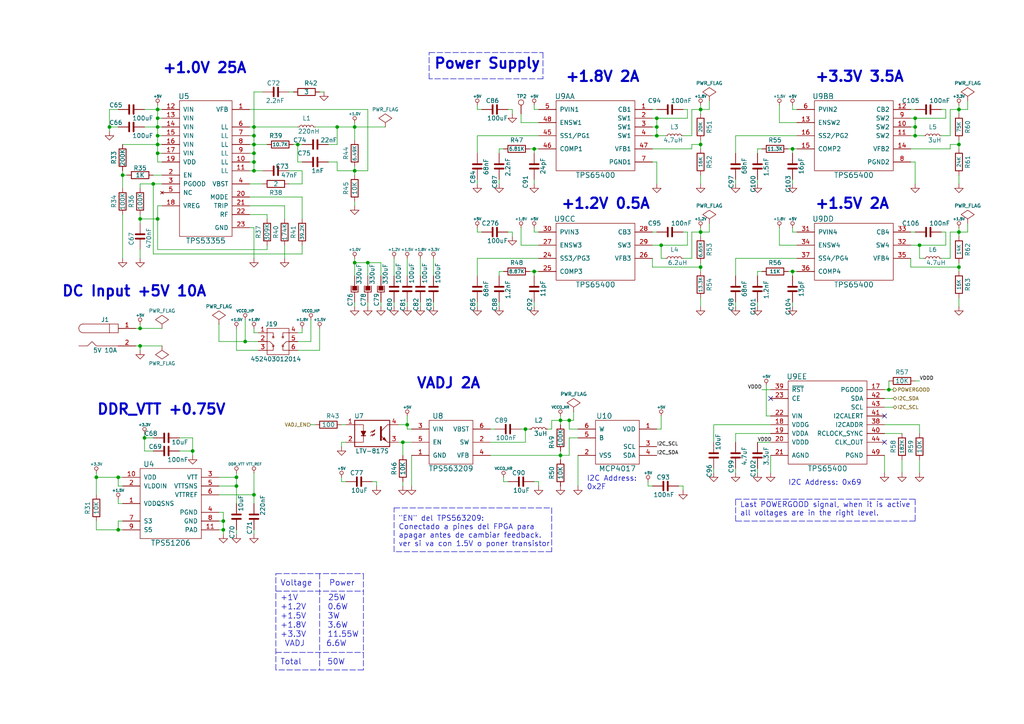
<source format=kicad_sch>
(kicad_sch (version 20250114) (generator "eeschema") (generator_version "9.0")
  (paper "A4")
  (title_block (title "CIAA-ACC Power supply") (date "2019-08-28") (rev "V1.4") (company "COMPUTADORA INDUSTRIAL ABIERTA ARGENTINA. CIAA-ACC (HPC)") (comment 1 "Authors: See 'doc/CHANGES.txt' file.      License: See 'doc/LICENCIA_CIAA_ACC.txt' file."))
  (text "+1.5V 2A " (at 236.22 60.96 0) (effects (font (size 2.9972 2.9972) (thickness 0.5994) (bold yes)) (justify left bottom)))
  (text "\n+1V       25W\n+1.2V     0.6W\n+1.5V     3W  \n+1.8V     3.6W\n+3.3V     11.55W\n VADJ     6.6W\n\nTotal      50W" (at 81.28 193.04 0) (effects (font (size 1.651 1.651)) (justify left bottom)))
  (text "\"EN\" del TPS563209:\nConectado a pines del FPGA para\napagar antes de cambiar feedback.\nver si va con 1.5V o poner transistor" (at 115.57 158.75 0) (effects (font (size 1.524 1.524)) (justify left bottom)))
  (text "+3.3V 3.5A " (at 236.22 24.13 0) (effects (font (size 2.9972 2.9972) (thickness 0.5994) (bold yes)) (justify left bottom)))
  (text "DDR_VTT +0.75V" (at 27.94 120.65 0) (effects (font (size 2.9972 2.9972) (thickness 0.5994) (bold yes)) (justify left bottom)))
  (text "Power Supply" (at 125.73 20.32 0) (effects (font (size 2.9972 2.9972) (thickness 0.5994) (bold yes)) (justify left bottom)))
  (text "Voltage    Power" (at 81.28 170.18 0) (effects (font (size 1.651 1.651)) (justify left bottom)))
  (text "+1.8V 2A " (at 163.83 24.13 0) (effects (font (size 2.9972 2.9972) (thickness 0.5994) (bold yes)) (justify left bottom)))
  (text "+1.0V 25A" (at 46.99 21.59 0) (effects (font (size 2.9972 2.9972) (thickness 0.5994) (bold yes)) (justify left bottom)))
  (text "VADJ 2A" (at 120.65 113.03 0) (effects (font (size 2.9972 2.9972) (thickness 0.5994) (bold yes)) (justify left bottom)))
  (text "DC Input +5V 10A" (at 17.78 86.36 0) (effects (font (size 2.9972 2.9972) (thickness 0.5994) (bold yes)) (justify left bottom)))
  (text "+1.2V 0.5A " (at 162.56 60.96 0) (effects (font (size 2.9972 2.9972) (thickness 0.5994) (bold yes)) (justify left bottom)))
  (text "I2C Address:\n0x2F" (at 170.18 142.24 0) (effects (font (size 1.524 1.524)) (justify left bottom)))
  (text "I2C Address: 0x69" (at 228.6 140.97 0) (effects (font (size 1.524 1.524)) (justify left bottom)))
  (text "Last POWERGOOD signal, when it is active \nall voltages are in the right level.\n" (at 214.63 149.86 0) (effects (font (size 1.524 1.524)) (justify left bottom)))
  (junction (at 40.64 95.25))
  (junction (at 73.66 39.37))
  (junction (at 73.66 41.91))
  (junction (at 35.56 50.8))
  (junction (at 68.58 138.43))
  (junction (at 118.11 123.19))
  (junction (at 27.94 138.43))
  (junction (at 190.5 36.83))
  (junction (at 102.87 36.83))
  (junction (at 55.88 130.81))
  (junction (at 45.72 36.83))
  (junction (at 40.64 100.33))
  (junction (at 34.29 153.67))
  (junction (at 154.94 43.18))
  (junction (at 266.7 71.12))
  (junction (at 45.72 31.75))
  (junction (at 278.13 67.31))
  (junction (at 278.13 31.75))
  (junction (at 45.72 44.45))
  (junction (at 73.66 143.51))
  (junction (at 73.66 36.83))
  (junction (at 73.66 44.45))
  (junction (at 106.68 76.2))
  (junction (at 265.43 36.83))
  (junction (at 40.64 63.5))
  (junction (at 34.29 138.43))
  (junction (at 162.56 121.92))
  (junction (at 190.5 39.37))
  (junction (at 191.77 71.12))
  (junction (at 162.56 132.08))
  (junction (at 73.66 49.53))
  (junction (at 278.13 77.47))
  (junction (at 229.87 43.18))
  (junction (at 64.77 153.67))
  (junction (at 41.91 127))
  (junction (at 45.72 41.91))
  (junction (at 203.2 41.91))
  (junction (at 45.72 34.29))
  (junction (at 116.84 128.27))
  (junction (at 229.87 78.74))
  (junction (at 257.81 113.03))
  (junction (at 203.2 77.47))
  (junction (at 45.72 63.5))
  (junction (at 71.12 99.06))
  (junction (at 102.87 76.2))
  (junction (at 86.36 41.91))
  (junction (at 64.77 151.13))
  (junction (at 190.5 34.29))
  (junction (at 68.58 140.97))
  (junction (at 102.87 49.53))
  (junction (at 203.2 67.31))
  (junction (at 152.4 124.46))
  (junction (at 265.43 34.29))
  (junction (at 154.94 78.74))
  (junction (at 265.43 39.37))
  (junction (at 97.79 36.83))
  (junction (at 165.1 121.92))
  (junction (at 31.75 36.83))
  (junction (at 73.66 46.99))
  (junction (at 44.45 53.34))
  (junction (at 203.2 31.75))
  (junction (at 278.13 41.91))
  (junction (at 45.72 39.37))
  (no_connect (at 256.54 120.65))
  (no_connect (at 223.52 115.57))
  (no_connect (at 256.54 128.27))
  (wire (pts (xy 162.56 132.08) (xy 165.1 132.08)))
  (wire (pts (xy 35.56 74.93) (xy 35.56 62.23)))
  (wire (pts (xy 256.54 123.19) (xy 266.7 123.19)))
  (wire (pts (xy 40.64 63.5) (xy 45.72 63.5)))
  (wire (pts (xy 72.39 41.91) (xy 73.66 41.91)))
  (wire (pts (xy 187.96 140.97) (xy 187.96 139.7)))
  (wire (pts (xy 151.13 124.46) (xy 152.4 124.46)))
  (wire (pts (xy 85.09 41.91) (xy 86.36 41.91)))
  (wire (pts (xy 118.11 123.19) (xy 118.11 124.46)))
  (wire (pts (xy 35.56 50.8) (xy 36.83 50.8)))
  (wire (pts (xy 200.66 31.75) (xy 203.2 31.75)))
  (wire (pts (xy 148.59 31.75) (xy 147.32 31.75)))
  (wire (pts (xy 119.38 140.97) (xy 119.38 132.08)))
  (wire (pts (xy 90.17 99.06) (xy 86.36 99.06)))
  (wire (pts (xy 156.21 74.93) (xy 138.43 74.93)))
  (wire (pts (xy 73.66 41.91) (xy 73.66 44.45)))
  (wire (pts (xy 198.12 142.24) (xy 198.12 140.97)))
  (wire (pts (xy 162.56 121.92) (xy 162.56 123.19)))
  (wire (pts (xy 55.88 127) (xy 55.88 130.81)))
  (wire (pts (xy 44.45 73.66) (xy 44.45 53.34)))
  (wire (pts (xy 34.29 36.83) (xy 31.75 36.83)))
  (wire (pts (xy 278.13 40.64) (xy 278.13 41.91)))
  (wire (pts (xy 199.39 34.29) (xy 190.5 34.29)))
  (wire (pts (xy 200.66 74.93) (xy 198.12 74.93)))
  (wire (pts (xy 147.32 139.7) (xy 146.05 139.7)))
  (wire (pts (xy 73.66 96.52) (xy 74.93 96.52)))
  (wire (pts (xy 219.71 135.89) (xy 219.71 137.16)))
  (wire (pts (xy 41.91 31.75) (xy 45.72 31.75)))
  (wire (pts (xy 144.78 78.74) (xy 144.78 80.01)))
  (wire (pts (xy 265.43 67.31) (xy 264.16 67.31)))
  (wire (pts (xy 275.59 39.37) (xy 273.05 39.37)))
  (wire (pts (xy 86.36 41.91) (xy 87.63 41.91)))
  (wire (pts (xy 226.06 30.48) (xy 226.06 35.56)))
  (wire (pts (xy 45.72 44.45) (xy 45.72 46.99)))
  (wire (pts (xy 82.55 71.12) (xy 82.55 74.93)))
  (wire (pts (xy 154.94 80.01) (xy 154.94 78.74)))
  (wire (pts (xy 139.7 67.31) (xy 138.43 67.31)))
  (wire (pts (xy 203.2 31.75) (xy 203.2 33.02)))
  (wire (pts (xy 125.73 74.93) (xy 125.73 80.01)))
  (wire (pts (xy 200.66 39.37) (xy 198.12 39.37)))
  (wire (pts (xy 278.13 66.04) (xy 278.13 67.31)))
  (wire (pts (xy 100.33 123.19) (xy 99.06 123.19)))
  (wire (pts (xy 63.5 143.51) (xy 73.66 143.51)))
  (wire (pts (xy 275.59 74.93) (xy 273.05 74.93)))
  (polyline (pts (xy 124.46 15.24) (xy 157.48 15.24)) (stroke (width 0) (type dash)))
  (wire (pts (xy 265.43 31.75) (xy 264.16 31.75)))
  (wire (pts (xy 156.21 39.37) (xy 138.43 39.37)))
  (wire (pts (xy 110.49 76.2) (xy 110.49 80.01)))
  (wire (pts (xy 257.81 113.03) (xy 257.81 110.49)))
  (wire (pts (xy 152.4 124.46) (xy 152.4 128.27)))
  (wire (pts (xy 199.39 71.12) (xy 199.39 67.31)))
  (wire (pts (xy 85.09 26.67) (xy 83.82 26.67)))
  (wire (pts (xy 35.56 49.53) (xy 35.56 50.8)))
  (wire (pts (xy 97.79 49.53) (xy 102.87 49.53)))
  (wire (pts (xy 34.29 151.13) (xy 34.29 153.67)))
  (wire (pts (xy 34.29 153.67) (xy 35.56 153.67)))
  (wire (pts (xy 91.44 123.19) (xy 90.17 123.19)))
  (wire (pts (xy 92.71 95.25) (xy 92.71 101.6)))
  (wire (pts (xy 45.72 34.29) (xy 45.72 36.83)))
  (wire (pts (xy 256.54 137.16) (xy 256.54 132.08)))
  (wire (pts (xy 95.25 46.99) (xy 97.79 46.99)))
  (wire (pts (xy 266.7 71.12) (xy 274.32 71.12)))
  (wire (pts (xy 45.72 59.69) (xy 46.99 59.69)))
  (wire (pts (xy 68.58 140.97) (xy 68.58 146.05)))
  (wire (pts (xy 229.87 44.45) (xy 229.87 43.18)))
  (wire (pts (xy 27.94 151.13) (xy 27.94 153.67)))
  (wire (pts (xy 280.67 31.75) (xy 280.67 29.21)))
  (wire (pts (xy 264.16 77.47) (xy 278.13 77.47)))
  (wire (pts (xy 116.84 128.27) (xy 115.57 128.27)))
  (wire (pts (xy 165.1 124.46) (xy 167.64 124.46)))
  (wire (pts (xy 203.2 31.75) (xy 205.74 31.75)))
  (wire (pts (xy 189.23 43.18) (xy 200.66 43.18)))
  (wire (pts (xy 72.39 57.15) (xy 87.63 57.15)))
  (wire (pts (xy 39.37 95.25) (xy 40.64 95.25)))
  (wire (pts (xy 264.16 43.18) (xy 275.59 43.18)))
  (wire (pts (xy 203.2 30.48) (xy 203.2 31.75)))
  (polyline (pts (xy 157.48 22.86) (xy 124.46 22.86)) (stroke (width 0) (type dash)))
  (wire (pts (xy 31.75 31.75) (xy 31.75 36.83)))
  (wire (pts (xy 102.87 76.2) (xy 102.87 80.01)))
  (wire (pts (xy 226.06 66.04) (xy 226.06 71.12)))
  (wire (pts (xy 190.5 31.75) (xy 189.23 31.75)))
  (wire (pts (xy 27.94 137.16) (xy 27.94 138.43)))
  (wire (pts (xy 144.78 88.9) (xy 144.78 87.63)))
  (wire (pts (xy 190.5 34.29) (xy 190.5 36.83)))
  (wire (pts (xy 40.64 53.34) (xy 44.45 53.34)))
  (wire (pts (xy 68.58 101.6) (xy 74.93 101.6)))
  (wire (pts (xy 63.5 151.13) (xy 64.77 151.13)))
  (wire (pts (xy 97.79 46.99) (xy 97.79 49.53)))
  (wire (pts (xy 275.59 43.18) (xy 275.59 41.91)))
  (wire (pts (xy 45.72 46.99) (xy 46.99 46.99)))
  (wire (pts (xy 278.13 41.91) (xy 278.13 43.18)))
  (wire (pts (xy 220.98 113.03) (xy 223.52 113.03)))
  (wire (pts (xy 73.66 49.53) (xy 76.2 49.53)))
  (wire (pts (xy 72.39 31.75) (xy 106.68 31.75)))
  (wire (pts (xy 231.14 39.37) (xy 213.36 39.37)))
  (wire (pts (xy 228.6 78.74) (xy 229.87 78.74)))
  (wire (pts (xy 63.5 99.06) (xy 71.12 99.06)))
  (wire (pts (xy 72.39 44.45) (xy 73.66 44.45)))
  (wire (pts (xy 95.25 41.91) (xy 97.79 41.91)))
  (wire (pts (xy 213.36 74.93) (xy 213.36 80.01)))
  (wire (pts (xy 191.77 124.46) (xy 190.5 124.46)))
  (wire (pts (xy 165.1 127) (xy 167.64 127)))
  (wire (pts (xy 34.29 140.97) (xy 34.29 138.43)))
  (wire (pts (xy 219.71 78.74) (xy 219.71 80.01)))
  (wire (pts (xy 266.7 123.19) (xy 266.7 125.73)))
  (polyline (pts (xy 80.01 194.31) (xy 80.01 166.37)) (stroke (width 0) (type dash)))
  (polyline (pts (xy 160.02 147.32) (xy 160.02 160.02)) (stroke (width 0) (type dash)))
  (wire (pts (xy 154.94 31.75) (xy 154.94 30.48)))
  (wire (pts (xy 27.94 138.43) (xy 34.29 138.43)))
  (wire (pts (xy 102.87 49.53) (xy 106.68 49.53)))
  (wire (pts (xy 71.12 99.06) (xy 74.93 99.06)))
  (wire (pts (xy 199.39 31.75) (xy 199.39 34.29)))
  (wire (pts (xy 64.77 148.59) (xy 63.5 148.59)))
  (wire (pts (xy 229.87 43.18) (xy 231.14 43.18)))
  (polyline (pts (xy 105.41 166.37) (xy 105.41 194.31)) (stroke (width 0) (type dash)))
  (wire (pts (xy 99.06 139.7) (xy 99.06 138.43)))
  (wire (pts (xy 40.64 62.23) (xy 40.64 63.5)))
  (wire (pts (xy 73.66 26.67) (xy 73.66 36.83)))
  (wire (pts (xy 278.13 31.75) (xy 278.13 33.02)))
  (wire (pts (xy 73.66 36.83) (xy 73.66 39.37)))
  (wire (pts (xy 99.06 129.54) (xy 99.06 128.27)))
  (wire (pts (xy 191.77 120.65) (xy 191.77 124.46)))
  (wire (pts (xy 39.37 100.33) (xy 40.64 100.33)))
  (wire (pts (xy 278.13 88.9) (xy 278.13 86.36)))
  (wire (pts (xy 121.92 88.9) (xy 121.92 87.63)))
  (wire (pts (xy 106.68 31.75) (xy 106.68 49.53)))
  (wire (pts (xy 189.23 71.12) (xy 191.77 71.12)))
  (wire (pts (xy 87.63 71.12) (xy 87.63 73.66)))
  (wire (pts (xy 83.82 49.53) (xy 87.63 49.53)))
  (wire (pts (xy 87.63 53.34) (xy 83.82 53.34)))
  (wire (pts (xy 116.84 132.08) (xy 116.84 128.27)))
  (wire (pts (xy 148.59 67.31) (xy 147.32 67.31)))
  (wire (pts (xy 138.43 67.31) (xy 138.43 66.04)))
  (wire (pts (xy 278.13 53.34) (xy 278.13 50.8)))
  (wire (pts (xy 45.72 36.83) (xy 45.72 39.37)))
  (wire (pts (xy 72.39 62.23) (xy 77.47 62.23)))
  (wire (pts (xy 64.77 151.13) (xy 64.77 153.67)))
  (wire (pts (xy 45.72 31.75) (xy 45.72 34.29)))
  (wire (pts (xy 278.13 30.48) (xy 278.13 31.75)))
  (wire (pts (xy 45.72 36.83) (xy 46.99 36.83)))
  (wire (pts (xy 275.59 67.31) (xy 275.59 74.93)))
  (wire (pts (xy 207.01 123.19) (xy 207.01 128.27)))
  (wire (pts (xy 102.87 76.2) (xy 106.68 76.2)))
  (wire (pts (xy 200.66 43.18) (xy 200.66 41.91)))
  (wire (pts (xy 34.29 138.43) (xy 35.56 138.43)))
  (wire (pts (xy 148.59 68.58) (xy 148.59 67.31)))
  (wire (pts (xy 106.68 76.2) (xy 110.49 76.2)))
  (wire (pts (xy 278.13 77.47) (xy 278.13 78.74)))
  (polyline (pts (xy 80.01 171.45) (xy 105.41 171.45)) (stroke (width 0) (type dash)))
  (wire (pts (xy 118.11 74.93) (xy 118.11 80.01)))
  (wire (pts (xy 90.17 92.71) (xy 90.17 99.06)))
  (wire (pts (xy 205.74 31.75) (xy 205.74 29.21)))
  (wire (pts (xy 63.5 93.98) (xy 63.5 99.06)))
  (wire (pts (xy 114.3 74.93) (xy 114.3 80.01)))
  (wire (pts (xy 231.14 31.75) (xy 229.87 31.75)))
  (wire (pts (xy 219.71 53.34) (xy 219.71 52.07)))
  (wire (pts (xy 191.77 71.12) (xy 199.39 71.12)))
  (wire (pts (xy 154.94 44.45) (xy 154.94 43.18)))
  (wire (pts (xy 52.07 130.81) (xy 55.88 130.81)))
  (wire (pts (xy 97.79 41.91) (xy 97.79 36.83)))
  (wire (pts (xy 72.39 49.53) (xy 73.66 49.53)))
  (wire (pts (xy 167.64 140.97) (xy 167.64 132.08)))
  (wire (pts (xy 77.47 72.39) (xy 45.72 72.39)))
  (wire (pts (xy 191.77 71.12) (xy 191.77 74.93)))
  (wire (pts (xy 274.32 71.12) (xy 274.32 67.31)))
  (wire (pts (xy 160.02 124.46) (xy 160.02 121.92)))
  (wire (pts (xy 87.63 57.15) (xy 87.63 63.5)))
  (wire (pts (xy 35.56 140.97) (xy 34.29 140.97)))
  (wire (pts (xy 71.12 92.71) (xy 71.12 99.06)))
  (wire (pts (xy 72.39 46.99) (xy 73.66 46.99)))
  (wire (pts (xy 73.66 66.04) (xy 73.66 74.93)))
  (wire (pts (xy 118.11 124.46) (xy 119.38 124.46)))
  (wire (pts (xy 264.16 39.37) (xy 265.43 39.37)))
  (wire (pts (xy 72.39 39.37) (xy 73.66 39.37)))
  (wire (pts (xy 87.63 95.25) (xy 87.63 96.52)))
  (wire (pts (xy 265.43 39.37) (xy 267.97 39.37)))
  (wire (pts (xy 275.59 67.31) (xy 278.13 67.31)))
  (wire (pts (xy 118.11 88.9) (xy 118.11 87.63)))
  (wire (pts (xy 151.13 35.56) (xy 156.21 35.56)))
  (wire (pts (xy 156.21 139.7) (xy 154.94 139.7)))
  (wire (pts (xy 114.3 88.9) (xy 114.3 87.63)))
  (wire (pts (xy 265.43 46.99) (xy 265.43 53.34)))
  (wire (pts (xy 34.29 146.05) (xy 34.29 144.78)))
  (wire (pts (xy 121.92 74.93) (xy 121.92 80.01)))
  (wire (pts (xy 207.01 135.89) (xy 207.01 137.16)))
  (wire (pts (xy 203.2 40.64) (xy 203.2 41.91)))
  (wire (pts (xy 46.99 34.29) (xy 45.72 34.29)))
  (wire (pts (xy 86.36 41.91) (xy 86.36 46.99)))
  (wire (pts (xy 278.13 67.31) (xy 278.13 68.58)))
  (wire (pts (xy 139.7 31.75) (xy 138.43 31.75)))
  (wire (pts (xy 44.45 53.34) (xy 46.99 53.34)))
  (wire (pts (xy 82.55 59.69) (xy 82.55 63.5)))
  (wire (pts (xy 97.79 36.83) (xy 102.87 36.83)))
  (wire (pts (xy 152.4 128.27) (xy 142.24 128.27)))
  (polyline (pts (xy 157.48 15.24) (xy 157.48 22.86)) (stroke (width 0) (type dash)))
  (wire (pts (xy 72.39 59.69) (xy 82.55 59.69)))
  (wire (pts (xy 68.58 138.43) (xy 68.58 140.97)))
  (wire (pts (xy 40.64 72.39) (xy 40.64 74.93)))
  (polyline (pts (xy 124.46 22.86) (xy 124.46 15.24)) (stroke (width 0) (type dash)))
  (wire (pts (xy 229.87 67.31) (xy 229.87 66.04)))
  (wire (pts (xy 220.98 43.18) (xy 219.71 43.18)))
  (wire (pts (xy 231.14 67.31) (xy 229.87 67.31)))
  (wire (pts (xy 77.47 62.23) (xy 77.47 63.5)))
  (wire (pts (xy 266.7 74.93) (xy 267.97 74.93)))
  (polyline (pts (xy 114.3 160.02) (xy 114.3 147.32)) (stroke (width 0) (type dash)))
  (wire (pts (xy 213.36 53.34) (xy 213.36 52.07)))
  (polyline (pts (xy 114.3 147.32) (xy 160.02 147.32)) (stroke (width 0) (type dash)))
  (wire (pts (xy 160.02 121.92) (xy 162.56 121.92)))
  (wire (pts (xy 143.51 124.46) (xy 142.24 124.46)))
  (wire (pts (xy 229.87 53.34) (xy 229.87 52.07)))
  (wire (pts (xy 73.66 154.94) (xy 73.66 153.67)))
  (wire (pts (xy 264.16 36.83) (xy 265.43 36.83)))
  (wire (pts (xy 162.56 130.81) (xy 162.56 132.08)))
  (wire (pts (xy 165.1 121.92) (xy 166.37 121.92)))
  (wire (pts (xy 40.64 100.33) (xy 46.99 100.33)))
  (wire (pts (xy 41.91 130.81) (xy 44.45 130.81)))
  (wire (pts (xy 203.2 41.91) (xy 203.2 43.18)))
  (wire (pts (xy 41.91 36.83) (xy 45.72 36.83)))
  (wire (pts (xy 166.37 121.92) (xy 166.37 119.38)))
  (wire (pts (xy 45.72 63.5) (xy 45.72 72.39)))
  (wire (pts (xy 226.06 35.56) (xy 231.14 35.56)))
  (wire (pts (xy 40.64 100.33) (xy 40.64 101.6)))
  (wire (pts (xy 256.54 113.03) (xy 257.81 113.03)))
  (wire (pts (xy 138.43 53.34) (xy 138.43 52.07)))
  (wire (pts (xy 223.52 137.16) (xy 223.52 132.08)))
  (wire (pts (xy 200.66 67.31) (xy 200.66 74.93)))
  (wire (pts (xy 73.66 143.51) (xy 73.66 146.05)))
  (wire (pts (xy 102.87 58.42) (xy 102.87 59.69)))
  (wire (pts (xy 278.13 67.31) (xy 280.67 67.31)))
  (wire (pts (xy 44.45 50.8) (xy 46.99 50.8)))
  (wire (pts (xy 73.66 44.45) (xy 73.66 46.99)))
  (wire (pts (xy 45.72 59.69) (xy 45.72 63.5)))
  (wire (pts (xy 156.21 67.31) (xy 154.94 67.31)))
  (wire (pts (xy 162.56 120.65) (xy 162.56 121.92)))
  (wire (pts (xy 265.43 34.29) (xy 264.16 34.29)))
  (wire (pts (xy 138.43 74.93) (xy 138.43 80.01)))
  (wire (pts (xy 213.36 135.89) (xy 213.36 137.16)))
  (polyline (pts (xy 265.43 144.78) (xy 265.43 151.13)) (stroke (width 0) (type dash)))
  (wire (pts (xy 229.87 88.9) (xy 229.87 87.63)))
  (wire (pts (xy 274.32 67.31) (xy 273.05 67.31)))
  (wire (pts (xy 46.99 44.45) (xy 45.72 44.45)))
  (wire (pts (xy 153.67 78.74) (xy 154.94 78.74)))
  (wire (pts (xy 156.21 140.97) (xy 156.21 139.7)))
  (wire (pts (xy 146.05 43.18) (xy 144.78 43.18)))
  (wire (pts (xy 116.84 140.97) (xy 116.84 139.7)))
  (wire (pts (xy 99.06 128.27) (xy 100.33 128.27)))
  (wire (pts (xy 110.49 88.9) (xy 110.49 87.63)))
  (wire (pts (xy 77.47 71.12) (xy 77.47 72.39)))
  (wire (pts (xy 189.23 140.97) (xy 187.96 140.97)))
  (wire (pts (xy 189.23 74.93) (xy 189.23 77.47)))
  (wire (pts (xy 228.6 43.18) (xy 229.87 43.18)))
  (wire (pts (xy 73.66 39.37) (xy 73.66 41.91)))
  (wire (pts (xy 40.64 95.25) (xy 46.99 95.25)))
  (wire (pts (xy 203.2 76.2) (xy 203.2 77.47)))
  (wire (pts (xy 115.57 123.19) (xy 118.11 123.19)))
  (wire (pts (xy 151.13 66.04) (xy 151.13 71.12)))
  (wire (pts (xy 146.05 139.7) (xy 146.05 138.43)))
  (wire (pts (xy 92.71 101.6) (xy 86.36 101.6)))
  (wire (pts (xy 153.67 43.18) (xy 154.94 43.18)))
  (wire (pts (xy 64.77 153.67) (xy 64.77 154.94)))
  (wire (pts (xy 144.78 53.34) (xy 144.78 52.07)))
  (wire (pts (xy 102.87 36.83) (xy 111.76 36.83)))
  (wire (pts (xy 203.2 66.04) (xy 203.2 67.31)))
  (wire (pts (xy 200.66 41.91) (xy 203.2 41.91)))
  (wire (pts (xy 223.52 120.65) (xy 222.25 120.65)))
  (wire (pts (xy 142.24 132.08) (xy 162.56 132.08)))
  (wire (pts (xy 86.36 46.99) (xy 87.63 46.99)))
  (wire (pts (xy 264.16 46.99) (xy 265.43 46.99)))
  (wire (pts (xy 102.87 49.53) (xy 102.87 50.8)))
  (wire (pts (xy 199.39 67.31) (xy 198.12 67.31)))
  (wire (pts (xy 229.87 78.74) (xy 231.14 78.74)))
  (wire (pts (xy 41.91 125.73) (xy 41.91 127)))
  (wire (pts (xy 256.54 115.57) (xy 259.08 115.57)))
  (wire (pts (xy 31.75 36.83) (xy 31.75 38.1)))
  (wire (pts (xy 266.7 137.16) (xy 266.7 133.35)))
  (wire (pts (xy 203.2 88.9) (xy 203.2 86.36)))
  (wire (pts (xy 138.43 39.37) (xy 138.43 44.45)))
  (wire (pts (xy 189.23 77.47) (xy 203.2 77.47)))
  (wire (pts (xy 35.56 50.8) (xy 35.56 54.61)))
  (wire (pts (xy 72.39 53.34) (xy 76.2 53.34)))
  (wire (pts (xy 138.43 31.75) (xy 138.43 30.48)))
  (wire (pts (xy 44.45 127) (xy 41.91 127)))
  (wire (pts (xy 198.12 31.75) (xy 199.39 31.75)))
  (polyline (pts (xy 92.71 166.37) (xy 92.71 194.31)) (stroke (width 0) (type dash)))
  (wire (pts (xy 45.72 30.48) (xy 45.72 31.75)))
  (wire (pts (xy 68.58 140.97) (xy 63.5 140.97)))
  (wire (pts (xy 40.64 63.5) (xy 40.64 64.77)))
  (wire (pts (xy 45.72 31.75) (xy 46.99 31.75)))
  (wire (pts (xy 87.63 49.53) (xy 87.63 53.34)))
  (wire (pts (xy 73.66 137.16) (xy 73.66 143.51)))
  (wire (pts (xy 41.91 127) (xy 41.91 130.81)))
  (polyline (pts (xy 80.01 189.23) (xy 105.41 189.23)) (stroke (width 0) (type dash)))
  (wire (pts (xy 68.58 95.25) (xy 68.58 101.6)))
  (wire (pts (xy 102.87 35.56) (xy 102.87 36.83)))
  (wire (pts (xy 148.59 33.02) (xy 148.59 31.75)))
  (wire (pts (xy 220.98 78.74) (xy 219.71 78.74)))
  (wire (pts (xy 55.88 127) (xy 52.07 127)))
  (wire (pts (xy 154.94 78.74) (xy 156.21 78.74)))
  (wire (pts (xy 203.2 53.34) (xy 203.2 50.8)))
  (wire (pts (xy 91.44 36.83) (xy 97.79 36.83)))
  (wire (pts (xy 190.5 67.31) (xy 189.23 67.31)))
  (wire (pts (xy 189.23 39.37) (xy 190.5 39.37)))
  (polyline (pts (xy 265.43 151.13) (xy 213.36 151.13)) (stroke (width 0) (type dash)))
  (wire (pts (xy 102.87 74.93) (xy 102.87 76.2)))
  (wire (pts (xy 73.66 26.67) (xy 76.2 26.67)))
  (wire (pts (xy 275.59 41.91) (xy 278.13 41.91)))
  (wire (pts (xy 274.32 31.75) (xy 274.32 34.29)))
  (wire (pts (xy 275.59 31.75) (xy 278.13 31.75)))
  (wire (pts (xy 158.75 124.46) (xy 160.02 124.46)))
  (wire (pts (xy 261.62 137.16) (xy 261.62 133.35)))
  (polyline (pts (xy 213.36 151.13) (xy 213.36 144.78)) (stroke (width 0) (type dash)))
  (wire (pts (xy 154.94 43.18) (xy 156.21 43.18)))
  (polyline (pts (xy 105.41 194.31) (xy 80.01 194.31)) (stroke (width 0) (type dash)))
  (wire (pts (xy 40.64 95.25) (xy 40.64 93.98)))
  (wire (pts (xy 265.43 34.29) (xy 265.43 36.83)))
  (wire (pts (xy 102.87 48.26) (xy 102.87 49.53)))
  (wire (pts (xy 73.66 41.91) (xy 77.47 41.91)))
  (wire (pts (xy 154.94 53.34) (xy 154.94 52.07)))
  (wire (pts (xy 264.16 74.93) (xy 264.16 77.47)))
  (wire (pts (xy 213.36 88.9) (xy 213.36 87.63)))
  (wire (pts (xy 257.81 113.03) (xy 259.08 113.03)))
  (wire (pts (xy 256.54 125.73) (xy 261.62 125.73)))
  (wire (pts (xy 222.25 120.65) (xy 222.25 111.76)))
  (wire (pts (xy 213.36 39.37) (xy 213.36 44.45)))
  (wire (pts (xy 165.1 121.92) (xy 165.1 124.46)))
  (wire (pts (xy 109.22 140.97) (xy 109.22 139.7)))
  (wire (pts (xy 154.94 67.31) (xy 154.94 66.04)))
  (wire (pts (xy 106.68 88.9) (xy 106.68 87.63)))
  (wire (pts (xy 146.05 78.74) (xy 144.78 78.74)))
  (wire (pts (xy 219.71 128.27) (xy 223.52 128.27)))
  (wire (pts (xy 189.23 36.83) (xy 190.5 36.83)))
  (wire (pts (xy 280.67 67.31) (xy 280.67 64.77)))
  (wire (pts (xy 189.23 46.99) (xy 190.5 46.99)))
  (polyline (pts (xy 160.02 160.02) (xy 114.3 160.02)) (stroke (width 0) (type dash)))
  (wire (pts (xy 226.06 71.12) (xy 231.14 71.12)))
  (wire (pts (xy 45.72 41.91) (xy 45.72 44.45)))
  (wire (pts (xy 35.56 41.91) (xy 45.72 41.91)))
  (wire (pts (xy 266.7 110.49) (xy 265.43 110.49)))
  (wire (pts (xy 275.59 31.75) (xy 275.59 39.37)))
  (wire (pts (xy 87.63 96.52) (xy 86.36 96.52)))
  (wire (pts (xy 63.5 153.67) (xy 64.77 153.67)))
  (wire (pts (xy 118.11 120.65) (xy 118.11 123.19)))
  (wire (pts (xy 203.2 67.31) (xy 205.74 67.31)))
  (wire (pts (xy 219.71 88.9) (xy 219.71 87.63)))
  (wire (pts (xy 278.13 76.2) (xy 278.13 77.47)))
  (wire (pts (xy 35.56 146.05) (xy 34.29 146.05)))
  (wire (pts (xy 213.36 125.73) (xy 223.52 125.73)))
  (wire (pts (xy 35.56 151.13) (xy 34.29 151.13)))
  (wire (pts (xy 102.87 88.9) (xy 102.87 87.63)))
  (wire (pts (xy 34.29 31.75) (xy 31.75 31.75)))
  (wire (pts (xy 273.05 31.75) (xy 274.32 31.75)))
  (wire (pts (xy 106.68 80.01) (xy 106.68 76.2)))
  (wire (pts (xy 264.16 71.12) (xy 266.7 71.12)))
  (wire (pts (xy 151.13 71.12) (xy 156.21 71.12)))
  (wire (pts (xy 151.13 33.02) (xy 151.13 35.56)))
  (wire (pts (xy 73.66 95.25) (xy 73.66 96.52)))
  (wire (pts (xy 93.98 26.67) (xy 92.71 26.67)))
  (wire (pts (xy 219.71 43.18) (xy 219.71 44.45)))
  (wire (pts (xy 102.87 36.83) (xy 102.87 40.64)))
  (wire (pts (xy 278.13 31.75) (xy 280.67 31.75)))
  (wire (pts (xy 265.43 36.83) (xy 265.43 39.37)))
  (wire (pts (xy 200.66 31.75) (xy 200.66 39.37)))
  (wire (pts (xy 200.66 67.31) (xy 203.2 67.31)))
  (wire (pts (xy 231.14 74.93) (xy 213.36 74.93)))
  (wire (pts (xy 72.39 36.83) (xy 73.66 36.83)))
  (wire (pts (xy 119.38 128.27) (xy 116.84 128.27)))
  (wire (pts (xy 266.7 71.12) (xy 266.7 74.93)))
  (wire (pts (xy 229.87 31.75) (xy 229.87 30.48)))
  (wire (pts (xy 100.33 139.7) (xy 99.06 139.7)))
  (wire (pts (xy 205.74 67.31) (xy 205.74 64.77)))
  (wire (pts (xy 190.5 39.37) (xy 193.04 39.37)))
  (wire (pts (xy 203.2 67.31) (xy 203.2 68.58)))
  (wire (pts (xy 190.5 36.83) (xy 190.5 39.37)))
  (wire (pts (xy 162.56 121.92) (xy 165.1 121.92)))
  (wire (pts (xy 156.21 31.75) (xy 154.94 31.75)))
  (wire (pts (xy 64.77 148.59) (xy 64.77 151.13)))
  (wire (pts (xy 203.2 77.47) (xy 203.2 78.74)))
  (wire (pts (xy 73.66 36.83) (xy 86.36 36.83)))
  (wire (pts (xy 63.5 138.43) (xy 68.58 138.43)))
  (wire (pts (xy 73.66 46.99) (xy 73.66 49.53)))
  (wire (pts (xy 40.64 54.61) (xy 40.64 53.34)))
  (wire (pts (xy 190.5 46.99) (xy 190.5 53.34)))
  (wire (pts (xy 165.1 132.08) (xy 165.1 127)))
  (wire (pts (xy 144.78 43.18) (xy 144.78 44.45)))
  (wire (pts (xy 191.77 74.93) (xy 193.04 74.93)))
  (wire (pts (xy 27.94 153.67) (xy 34.29 153.67)))
  (wire (pts (xy 138.43 88.9) (xy 138.43 87.63)))
  (polyline (pts (xy 80.01 166.37) (xy 105.41 166.37)) (stroke (width 0) (type dash)))
  (polyline (pts (xy 213.36 144.78) (xy 265.43 144.78)) (stroke (width 0) (type dash)))
  (wire (pts (xy 229.87 80.01) (xy 229.87 78.74)))
  (wire (pts (xy 207.01 123.19) (xy 223.52 123.19)))
  (wire (pts (xy 162.56 132.08) (xy 162.56 133.35)))
  (wire (pts (xy 198.12 140.97) (xy 196.85 140.97)))
  (wire (pts (xy 46.99 39.37) (xy 45.72 39.37)))
  (wire (pts (xy 55.88 130.81) (xy 55.88 132.08)))
  (wire (pts (xy 259.08 118.11) (xy 256.54 118.11)))
  (wire (pts (xy 125.73 88.9) (xy 125.73 87.63)))
  (wire (pts (xy 154.94 88.9) (xy 154.94 87.63)))
  (wire (pts (xy 72.39 66.04) (xy 73.66 66.04)))
  (wire (pts (xy 45.72 39.37) (xy 45.72 41.91)))
  (wire (pts (xy 190.5 34.29) (xy 189.23 34.29)))
  (wire (pts (xy 27.94 138.43) (xy 27.94 143.51)))
  (wire (pts (xy 274.32 34.29) (xy 265.43 34.29)))
  (wire (pts (xy 68.58 137.16) (xy 68.58 138.43)))
  (wire (pts (xy 87.63 73.66) (xy 44.45 73.66)))
  (wire (pts (xy 68.58 154.94) (xy 68.58 153.67)))
  (wire (pts (xy 45.72 41.91) (xy 46.99 41.91)))
  (wire (pts (xy 109.22 139.7) (xy 107.95 139.7)))
  (wire (pts (xy 213.36 125.73) (xy 213.36 128.27)))
  (wire (pts (xy 152.4 124.46) (xy 153.67 124.46)))
  (label "VDDD" (at 266.7 110.49 0) (effects (font (size 1.016 1.016))))
  (label "VDDD" (at 219.71 128.27 0) (effects (font (size 1.016 1.016))))
  (label "I2C_SCL" (at 190.5 129.54 0) (effects (font (size 1.016 1.016))))
  (label "I2C_SDA" (at 190.5 132.08 0) (effects (font (size 1.016 1.016))))
  (label "VDDD" (at 220.98 113.03 180) (effects (font (size 1.016 1.016))))
  (hierarchical_label "I2C_SDA" (shape bidirectional) (at 259.08 115.57 0) (effects (font (size 1.016 1.016))))
  (hierarchical_label "VADJ_EN" (shape input) (at 90.17 123.19 180) (effects (font (size 1.016 1.016))))
  (hierarchical_label "I2C_SCL" (shape bidirectional) (at 259.08 118.11 0) (effects (font (size 1.016 1.016))))
  (hierarchical_label "POWERGOOD" (shape output) (at 259.08 113.03 0) (effects (font (size 1.016 1.016))))
  (symbol (lib_id "CIAA_ACC:TPS53355") (at 59.69 50.8 0) (unit 1)
    (property "Reference" "U5" (at 53.34 27.94 0) (effects (font (size 1.524 1.524))))
    (property "Value" "TPS53355" (at 59.69 69.85 0) (effects (font (size 1.524 1.524))))
    (property "Footprint" "dfn-qfn:TPS53355" (effects (hide yes)))
    (property "Desc" "IC REG BUCK ADJ 30A SYNC 22SON" (effects (hide yes)))
    (property "Manf" "Texas Instruments" (effects (hide yes)))
    (property "Manf#" "TPS53355DQPR" (effects (hide yes)))
    (property "Digikey#" "296-29538-1-ND" (effects (hide yes)))
    (property "Reemplazo" "TPS53355DQPT" (effects (hide yes)))
  )
  (symbol (lib_id "CIAA_ACC:TPS65400") (at 172.72 39.37 0) (unit 1)
    (property "Reference" "U9A" (at 163.83 27.94 0) (effects (font (size 1.524 1.524))))
    (property "Value" "TPS65400" (at 172.72 50.8 0) (effects (font (size 1.524 1.524))))
    (property "Footprint" "dfn-qfn:TPS65400" (effects (hide yes)))
    (property "Desc" "IC REG BUCK ADJ 4A/2A QD 48VQFN" (effects (hide yes)))
    (property "Manf" "Texas Instruments" (effects (hide yes)))
    (property "Manf#" "TPS65400RGZR" (effects (hide yes)))
    (property "Digikey#" "296-40902-1-ND" (effects (hide yes)))
    (property "Reemplazo" "TPS65400RGZT" (effects (hide yes)))
  )
  (symbol (lib_id "CIAA_ACC:TPS65400") (at 247.65 39.37 0) (unit 2)
    (property "Reference" "U9B" (at 238.76 27.94 0) (effects (font (size 1.524 1.524))))
    (property "Value" "TPS65400" (at 247.65 50.8 0) (effects (font (size 1.524 1.524))))
    (property "Footprint" "dfn-qfn:TPS65400" (effects (hide yes)))
    (property "Desc" "IC REG BUCK ADJ 4A/2A QD 48VQFN" (effects (hide yes)))
    (property "Manf" "Texas Instruments" (effects (hide yes)))
    (property "Manf#" "TPS65400RGZR" (effects (hide yes)))
    (property "Digikey#" "296-40902-1-ND" (effects (hide yes)))
    (property "Reemplazo" "TPS65400RGZT" (effects (hide yes)))
  )
  (symbol (lib_id "CIAA_ACC:TPS65400") (at 172.72 74.93 0) (unit 3)
    (property "Reference" "U9C" (at 163.83 63.5 0) (effects (font (size 1.524 1.524))))
    (property "Value" "TPS65400" (at 172.72 82.55 0) (effects (font (size 1.524 1.524))))
    (property "Footprint" "dfn-qfn:TPS65400" (effects (hide yes)))
    (property "Desc" "IC REG BUCK ADJ 4A/2A QD 48VQFN" (effects (hide yes)))
    (property "Manf" "Texas Instruments" (effects (hide yes)))
    (property "Manf#" "TPS65400RGZR" (effects (hide yes)))
    (property "Digikey#" "296-40902-1-ND" (effects (hide yes)))
    (property "Reemplazo" "TPS65400RGZT" (effects (hide yes)))
  )
  (symbol (lib_id "CIAA_ACC:TPS65400") (at 247.65 74.93 0) (unit 4)
    (property "Reference" "U9D" (at 238.76 63.5 0) (effects (font (size 1.524 1.524))))
    (property "Value" "TPS65400" (at 247.65 82.55 0) (effects (font (size 1.524 1.524))))
    (property "Footprint" "dfn-qfn:TPS65400" (effects (hide yes)))
    (property "Desc" "IC REG BUCK ADJ 4A/2A QD 48VQFN" (effects (hide yes)))
    (property "Manf" "Texas Instruments" (effects (hide yes)))
    (property "Manf#" "TPS65400RGZR" (effects (hide yes)))
    (property "Digikey#" "296-40902-1-ND" (effects (hide yes)))
    (property "Reemplazo" "TPS65400RGZT" (effects (hide yes)))
  )
  (symbol (lib_id "CIAA_ACC:TPS65400") (at 240.03 120.65 0) (unit 5)
    (property "Reference" "U9E" (at 231.14 109.22 0) (effects (font (size 1.524 1.524))))
    (property "Value" "TPS65400" (at 240.03 135.89 0) (effects (font (size 1.524 1.524))))
    (property "Footprint" "dfn-qfn:TPS65400" (effects (hide yes)))
    (property "Desc" "IC REG BUCK ADJ 4A/2A QD 48VQFN" (effects (hide yes)))
    (property "Manf" "Texas Instruments" (effects (hide yes)))
    (property "Manf#" "TPS65400RGZR" (effects (hide yes)))
    (property "Digikey#" "296-40902-1-ND" (effects (hide yes)))
    (property "Reemplazo" "TPS65400RGZT" (effects (hide yes)))
  )
  (symbol (lib_id "CIAA_ACC:TPS563209") (at 130.81 128.27 0) (unit 1)
    (property "Reference" "U8" (at 127 120.65 0) (effects (font (size 1.524 1.524))))
    (property "Value" "TPS563209" (at 130.81 135.89 0) (effects (font (size 1.524 1.524))))
    (property "Footprint" "to-sod-sot:SOT-23-6" (effects (hide yes)))
    (property "Desc" "IC REG BUCK ADJ 3A SYNC SOT23" (effects (hide yes)))
    (property "Manf" "Texas Instruments" (effects (hide yes)))
    (property "Manf#" "TPS563209DDCR" (effects (hide yes)))
    (property "Digikey#" "296-40813-1-ND" (effects (hide yes)))
  )
  (symbol (lib_id "CIAA_ACC:MCP4017") (at 179.07 127 0) (mirror y) (unit 1)
    (property "Reference" "U10" (at 175.26 120.65 0) (effects (font (size 1.524 1.524))))
    (property "Value" "MCP4017" (at 179.07 135.89 0) (effects (font (size 1.524 1.524))))
    (property "Footprint" "to-sod-sot:SC-70-6" (effects (hide yes)))
    (property "Desc" "IC DGTL POT 50K 128TAPS SC70-6" (effects (hide yes)))
    (property "Manf" "Microchip" (effects (hide yes)))
    (property "Manf#" "MCP4017T-503E/LT" (effects (hide yes)))
    (property "Digikey#" "MCP4017T-503E/LTCT-ND" (effects (hide yes)))
  )
  (symbol (lib_id "CIAA_ACC:TPS51206") (at 49.53 135.89 0) (unit 1)
    (property "Reference" "U4" (at 43.18 134.62 0) (effects (font (size 1.524 1.524))))
    (property "Value" "TPS51206" (at 49.53 157.48 0) (effects (font (size 1.524 1.524))))
    (property "Footprint" "dfn-qfn:TPS51206" (effects (hide yes)))
    (property "Desc" "IC REG SINK/SOURCE DDR 10SON" (effects (hide yes)))
    (property "Manf" "Texas Instruments" (effects (hide yes)))
    (property "Manf#" "TPS51206DSQR" (effects (hide yes)))
    (property "Digikey#" "296-28767-1-ND" (effects (hide yes)))
  )
  (symbol (lib_id "CIAA_ACC:+1.0V") (at 102.87 35.56 0) (unit 1)
    (property "Reference" "#PWR086" (effects (hide yes)))
    (property "Value" "+1.0V" (at 102.87 33.02 0) (effects (font (size 0.762 0.762))))
  )
  (symbol (lib_id "CIAA_ACC:+1.2V") (at 203.2 66.04 0) (unit 1)
    (property "Reference" "#PWR087" (effects (hide yes)))
    (property "Value" "+1.2V" (at 203.2 63.5 0) (effects (font (size 0.762 0.762))))
  )
  (symbol (lib_id "CIAA_ACC:+1.5V") (at 278.13 66.04 0) (unit 1)
    (property "Reference" "#PWR088" (effects (hide yes)))
    (property "Value" "+1.5V" (at 278.13 63.5 0) (effects (font (size 0.762 0.762))))
  )
  (symbol (lib_id "CIAA_ACC:+1.8V") (at 203.2 30.48 0) (unit 1)
    (property "Reference" "#PWR089" (effects (hide yes)))
    (property "Value" "+1.8V" (at 203.2 27.94 0) (effects (font (size 0.762 0.762))))
  )
  (symbol (lib_id "CIAA_ACC:+3.3V") (at 278.13 30.48 0) (unit 1)
    (property "Reference" "#PWR090" (effects (hide yes)))
    (property "Value" "+3.3V" (at 278.13 27.94 0) (effects (font (size 0.762 0.762))))
  )
  (symbol (lib_id "CIAA_ACC:DDR_VTT") (at 68.58 137.16 0) (unit 1)
    (property "Reference" "#PWR091" (effects (hide yes)))
    (property "Value" "DDR_VTT" (at 68.58 134.62 0) (effects (font (size 0.762 0.762))))
  )
  (symbol (lib_id "CIAA_ACC:VTT_REF") (at 73.66 137.16 0) (unit 1)
    (property "Reference" "#PWR092" (effects (hide yes)))
    (property "Value" "VTT_REF" (at 73.66 134.62 0) (effects (font (size 0.762 0.762))))
  )
  (symbol (lib_id "CIAA_ACC:+5V") (at 40.64 93.98 0) (unit 1)
    (property "Reference" "#PWR093" (effects (hide yes)))
    (property "Value" "+5V" (at 40.64 91.44 0) (effects (font (size 0.762 0.762))))
  )
  (symbol (lib_id "CIAA_ACC:+3.3V") (at 27.94 137.16 0) (unit 1)
    (property "Reference" "#PWR094" (effects (hide yes)))
    (property "Value" "+3.3V" (at 27.94 134.62 0) (effects (font (size 0.762 0.762))))
  )
  (symbol (lib_id "CIAA_ACC:+1.5V") (at 34.29 144.78 0) (unit 1)
    (property "Reference" "#PWR095" (effects (hide yes)))
    (property "Value" "+1.5V" (at 34.29 142.24 0) (effects (font (size 0.762 0.762))))
  )
  (symbol (lib_id "CIAA_ACC:VCCO_HR") (at 162.56 120.65 0) (unit 1)
    (property "Reference" "#PWR096" (effects (hide yes)))
    (property "Value" "VCCO_HR" (at 162.56 118.11 0) (effects (font (size 0.762 0.762))))
  )
  (symbol (lib_id "CIAA_ACC:VCCO_HP") (at 71.12 92.71 0) (unit 1)
    (property "Reference" "#PWR097" (effects (hide yes)))
    (property "Value" "VCCO_HP" (at 71.12 90.17 0) (effects (font (size 0.762 0.762))))
  )
  (symbol (lib_id "CIAA_ACC:R") (at 266.7 129.54 180) (unit 1)
    (property "Reference" "R59" (at 264.16 129.54 90))
    (property "Value" "10K" (at 266.7 129.54 90))
    (property "Footprint" "chip_rlc:r_0402" (effects (hide yes)))
    (property "Desc" "RES SMD 10K OHM 5% 1/16W 0402" (effects (hide yes)))
    (property "Manf" "Yageo" (effects (hide yes)))
    (property "Manf#" "RC0402JR-0710KL" (effects (hide yes)))
    (property "Digikey#" "311-10KJRCT-ND" (effects (hide yes)))
  )
  (symbol (lib_id "CIAA_ACC:+1.5V") (at 68.58 95.25 0) (unit 1)
    (property "Reference" "#PWR098" (effects (hide yes)))
    (property "Value" "+1.5V" (at 68.58 92.71 0) (effects (font (size 0.762 0.762))))
  )
  (symbol (lib_id "CIAA_ACC:+1.8V") (at 73.66 95.25 0) (unit 1)
    (property "Reference" "#PWR099" (effects (hide yes)))
    (property "Value" "+1.8V" (at 73.66 92.71 0) (effects (font (size 0.762 0.762))))
  )
  (symbol (lib_id "CIAA_ACC:L") (at 88.9 36.83 90) (unit 1)
    (property "Reference" "L1" (at 90.17 34.29 90) (effects (justify left)))
    (property "Value" "220nH" (at 92.71 38.1 90) (effects (justify left)))
    (property "Footprint" "inductor:SRP1238A" (effects (hide yes)))
    (property "Desc" "FIXED IND 220NH 38.5A 0.81 MOHM" (effects (hide yes)))
    (property "Manf" "Bourns" (effects (hide yes)))
    (property "Manf#" "SRP1238A-R22M" (effects (hide yes)))
    (property "Digikey#" "SRP1238A-R22MCT-ND" (effects (hide yes)))
  )
  (symbol (lib_id "CIAA_ACC:GND") (at 40.64 101.6 0) (unit 1)
    (property "Reference" "#PWR0100" (effects (hide yes)))
    (property "Value" "GND" (effects (hide yes)))
  )
  (symbol (lib_id "CIAA_ACC:CPOL") (at 102.87 83.82 0) (unit 1)
    (property "Reference" "C76" (at 101.6 88.9 90) (effects (justify left)))
    (property "Value" "330uF" (at 104.14 82.55 90) (effects (justify left)))
    (property "Footprint" "tantalum:tant_B_3528" (effects (hide yes)))
    (property "Desc" "CAP TANT 330UF 2.5V 20% SMD" (effects (hide yes)))
    (property "Manf" "Kemet" (effects (hide yes)))
    (property "Manf#" "T520B337M2R5ATE009" (effects (hide yes)))
    (property "Digikey#" "399-11709-1-ND" (effects (hide yes)))
  )
  (symbol (lib_id "CIAA_ACC:R") (at 35.56 45.72 0) (unit 1)
    (property "Reference" "R33" (at 33.02 45.72 90))
    (property "Value" "200K" (at 35.56 45.72 90))
    (property "Footprint" "chip_rlc:r_0402" (effects (hide yes)))
    (property "Desc" "RES SMD 200K OHM 5% 1/16W 0402" (effects (hide yes)))
    (property "Manf" "Yageo" (effects (hide yes)))
    (property "Manf#" "RC0402JR-07200KL" (effects (hide yes)))
    (property "Digikey#" "311-200KJRCT-ND" (effects (hide yes)))
  )
  (symbol (lib_id "CIAA_ACC:R") (at 35.56 58.42 0) (unit 1)
    (property "Reference" "R34" (at 33.02 58.42 90))
    (property "Value" "100K" (at 35.56 58.42 90))
    (property "Footprint" "chip_rlc:r_0402" (effects (hide yes)))
    (property "Desc" "RES SMD 100K OHM 5% 1/16W 0402" (effects (hide yes)))
    (property "Manf" "Yageo" (effects (hide yes)))
    (property "Manf#" "RC0402JR-07100KL" (effects (hide yes)))
    (property "Digikey#" "311-100KJRCT-ND" (effects (hide yes)))
  )
  (symbol (lib_id "CIAA_ACC:R") (at 40.64 50.8 90) (unit 1)
    (property "Reference" "R35" (at 40.64 48.768 90))
    (property "Value" "1K" (at 40.64 50.8 90))
    (property "Footprint" "chip_rlc:r_0402" (effects (hide yes)))
    (property "Desc" "RES SMD 1K OHM 5% 1/16W 0402" (effects (hide yes)))
    (property "Manf" "Yageo" (effects (hide yes)))
    (property "Manf#" "RC0402JR-071KL" (effects (hide yes)))
    (property "Digikey#" "311-1.0KJRCT-ND" (effects (hide yes)))
  )
  (symbol (lib_id "CIAA_ACC:R") (at 40.64 58.42 0) (unit 1)
    (property "Reference" "R36" (at 38.1 58.42 90))
    (property "Value" "100K" (at 40.64 58.42 90))
    (property "Footprint" "chip_rlc:r_0402" (effects (hide yes)))
    (property "Desc" "RES SMD 100K OHM 5% 1/16W 0402" (effects (hide yes)))
    (property "Manf" "Yageo" (effects (hide yes)))
    (property "Manf#" "RC0402JR-07100KL" (effects (hide yes)))
    (property "Digikey#" "311-100KJRCT-ND" (effects (hide yes)))
  )
  (symbol (lib_id "CIAA_ACC:+5V") (at 45.72 30.48 0) (unit 1)
    (property "Reference" "#PWR0101" (effects (hide yes)))
    (property "Value" "+5V" (at 45.72 27.94 0) (effects (font (size 0.762 0.762))))
  )
  (symbol (lib_id "CIAA_ACC:C") (at 38.1 36.83 90) (unit 1)
    (property "Reference" "C66" (at 35.56 35.56 90) (effects (justify left)))
    (property "Value" "100uF" (at 44.45 39.37 90) (effects (justify left)))
    (property "Footprint" "chip_rlc:c_1206" (effects (hide yes)))
    (property "Desc" "100µF ±20% 6.3V X6T Ceramic Capacitor -55°C ~ 105°C Surface Mount, MLCC 1206 (3216 Metric) 0.126\" L x 0.063\" W (3.20mm x 1.60mm)" (effects (hide yes)))
    (property "Manf" "Murata" (effects (hide yes)))
    (property "Manf#" "GRM31CD80J107ME39L" (effects (hide yes)))
    (property "Digikey#" "490-10525-1-ND" (effects (hide yes)))
  )
  (symbol (lib_id "CIAA_ACC:R") (at 87.63 67.31 180) (unit 1)
    (property "Reference" "R41" (at 85.09 67.31 90))
    (property "Value" "39.2K" (at 87.63 67.31 90) (effects (font (size 1.016 1.016))))
    (property "Footprint" "chip_rlc:r_0402" (effects (hide yes)))
    (property "Desc" "RES SMD 39.2K OHM 1% 1/16W 0402" (effects (hide yes)))
    (property "Manf" "Yageo" (effects (hide yes)))
    (property "Manf#" "RC0402FR-0739K2L" (effects (hide yes)))
    (property "Digikey#" "311-39.2KLRCT-ND" (effects (hide yes)))
  )
  (symbol (lib_id "CIAA_ACC:R") (at 80.01 53.34 90) (unit 1)
    (property "Reference" "R38" (at 80.01 55.88 90))
    (property "Value" "2" (at 80.01 53.34 90))
    (property "Footprint" "chip_rlc:r_0402" (effects (hide yes)))
    (property "Desc" "RES SMD 2 OHM 5% 1/16W 0402" (effects (hide yes)))
    (property "Manf" "Yageo" (effects (hide yes)))
    (property "Manf#" "RC0402JR-072RL" (effects (hide yes)))
    (property "Digikey#" "311-2.0JRCT-ND" (effects (hide yes)))
  )
  (symbol (lib_id "CIAA_ACC:R") (at 88.9 26.67 90) (unit 1)
    (property "Reference" "R42" (at 90.17 24.13 90))
    (property "Value" "3" (at 88.9 26.67 90))
    (property "Footprint" "chip_rlc:r_0402" (effects (hide yes)))
    (property "Desc" "RES SMD 3 OHM 5% 1/16W 0402" (effects (hide yes)))
    (property "Manf" "Yageo" (effects (hide yes)))
    (property "Manf#" "RC0402JR-073RL" (effects (hide yes)))
    (property "Digikey#" "311-3.0JRCT-ND" (effects (hide yes)))
  )
  (symbol (lib_id "CIAA_ACC:R") (at 81.28 41.91 90) (unit 1)
    (property "Reference" "R39" (at 80.01 39.37 90))
    (property "Value" "10.7K" (at 81.28 41.91 90) (effects (font (size 1.016 1.016))))
    (property "Footprint" "chip_rlc:r_0402" (effects (hide yes)))
    (property "Desc" "RES SMD 10.7K OHM 1% 1/16W 0402" (effects (hide yes)))
    (property "Manf" "Yageo" (effects (hide yes)))
    (property "Manf#" "RC0402FR-0710K7L" (effects (hide yes)))
    (property "Digikey#" "311-10.7KLRCT-ND" (effects (hide yes)))
  )
  (symbol (lib_id "CIAA_ACC:GND") (at 31.75 38.1 0) (unit 1)
    (property "Reference" "#PWR0102" (effects (hide yes)))
    (property "Value" "GND" (effects (hide yes)))
  )
  (symbol (lib_id "CIAA_ACC:GND") (at 82.55 74.93 0) (unit 1)
    (property "Reference" "#PWR0103" (effects (hide yes)))
    (property "Value" "GND" (effects (hide yes)))
  )
  (symbol (lib_id "CIAA_ACC:R") (at 102.87 54.61 180) (unit 1)
    (property "Reference" "R45" (at 100.33 54.61 90))
    (property "Value" "10K" (at 102.87 54.61 90))
    (property "Footprint" "chip_rlc:r_0402" (effects (hide yes)))
    (property "Desc" "RES SMD 10K OHM 1% 1/16W 0402" (effects (hide yes)))
    (property "Manf" "Yageo" (effects (hide yes)))
    (property "Manf#" "RC0402FR-0710KL" (effects (hide yes)))
    (property "Digikey#" "311-10.0KLRCT-ND" (effects (hide yes)))
  )
  (symbol (lib_id "CIAA_ACC:R") (at 102.87 44.45 180) (unit 1)
    (property "Reference" "R44" (at 100.33 44.45 90))
    (property "Value" "6.49K" (at 102.87 44.45 90) (effects (font (size 1.016 1.016))))
    (property "Footprint" "chip_rlc:r_0402" (effects (hide yes)))
    (property "Desc" "RES SMD 6.49K OHM 1% 1/16W 0402" (effects (hide yes)))
    (property "Manf" "Yageo" (effects (hide yes)))
    (property "Manf#" "RC0402FR-076K49L" (effects (hide yes)))
    (property "Digikey#" "311-6.49KLRCT-ND" (effects (hide yes)))
  )
  (symbol (lib_id "CIAA_ACC:R") (at 82.55 67.31 0) (unit 1)
    (property "Reference" "R40" (at 80.01 67.31 90))
    (property "Value" "174K" (at 82.55 67.31 90))
    (property "Footprint" "chip_rlc:r_0402" (effects (hide yes)))
    (property "Desc" "RES SMD 174K OHM 1% 1/16W 0402" (effects (hide yes)))
    (property "Manf" "Yageo" (effects (hide yes)))
    (property "Manf#" "RC0402FR-07174KL" (effects (hide yes)))
    (property "Digikey#" "YAG3008CT-ND" (effects (hide yes)))
  )
  (symbol (lib_id "CIAA_ACC:R") (at 77.47 67.31 0) (unit 1)
    (property "Reference" "R37" (at 74.93 67.31 90))
    (property "Value" "309K" (at 77.47 67.31 90))
    (property "Footprint" "chip_rlc:r_0402" (effects (hide yes)))
    (property "Desc" "RES SMD 309K OHM 1% 1/16W 0402" (effects (hide yes)))
    (property "Manf" "Yageo" (effects (hide yes)))
    (property "Manf#" "RC0402FR-07309KL" (effects (hide yes)))
    (property "Digikey#" "YAG3108CT-ND" (effects (hide yes)))
  )
  (symbol (lib_id "CIAA_ACC:C") (at 91.44 46.99 90) (unit 1)
    (property "Reference" "C75" (at 90.17 44.45 90) (effects (justify left)))
    (property "Value" "1nF" (at 93.98 49.53 90) (effects (justify left)))
    (property "Footprint" "chip_rlc:c_0402" (effects (hide yes)))
    (property "Desc" "CAP CER 1000PF 50V NP0 0402" (effects (hide yes)))
    (property "Manf" "Murata" (effects (hide yes)))
    (property "Manf#" "C0402C102J5GACTU" (effects (hide yes)))
    (property "Digikey#" "399-10034-1-ND" (effects (hide yes)))
  )
  (symbol (lib_id "CIAA_ACC:C") (at 40.64 68.58 180) (unit 1)
    (property "Reference" "C67" (at 38.1 67.31 90) (effects (justify left)))
    (property "Value" "470nF" (at 43.18 66.04 90) (effects (justify left)))
    (property "Footprint" "chip_rlc:c_0402" (effects (hide yes)))
    (property "Desc" "0.47µF ±10% 35V X5R Ceramic Capacitor -55°C ~ 85°C Surface Mount, MLCC 0402 (1005 Metric) 0.039\" L x 0.020\" W (1.00mm x 0.50mm)" (effects (hide yes)))
    (property "Manf" "Murata" (effects (hide yes)))
    (property "Manf#" "GRM155R6YA474KE01D" (effects (hide yes)))
    (property "Digikey#" "490-10462-1-ND" (effects (hide yes)))
  )
  (symbol (lib_id "CIAA_ACC:C") (at 91.44 41.91 90) (unit 1)
    (property "Reference" "C74" (at 88.9 40.64 90) (effects (justify left)))
    (property "Value" "22nF" (at 97.79 40.64 90) (effects (justify left)))
    (property "Footprint" "chip_rlc:c_0402" (effects (hide yes)))
    (property "Desc" "0.022µF ±10% 50V X7R Ceramic Capacitor -55°C ~ 125°C Surface Mount, MLCC 0402 (1005 Metric) 0.039\" L x 0.020\" W (1.00mm x 0.50mm)" (effects (hide yes)))
    (property "Manf" "Murata" (effects (hide yes)))
    (property "Manf#" "GRM155R71H223KA12D" (effects (hide yes)))
    (property "Digikey#" "490-3884-1-ND" (effects (hide yes)))
  )
  (symbol (lib_id "CIAA_ACC:C") (at 80.01 49.53 90) (unit 1)
    (property "Reference" "C73" (at 83.82 48.26 90) (effects (justify left)))
    (property "Value" "47nF" (at 86.36 50.8 90) (effects (justify left)))
    (property "Footprint" "chip_rlc:c_0402" (effects (hide yes)))
    (property "Desc" "0.047µF ±10% 25V X7R Ceramic Capacitor -55°C ~ 125°C Surface Mount, MLCC 0402 (1005 Metric) 0.039\" L x 0.020\" W (1.00mm x 0.50mm)" (effects (hide yes)))
    (property "Manf" "Murata" (effects (hide yes)))
    (property "Manf#" "GRM155R71E473KA88J" (effects (hide yes)))
    (property "Digikey#" "490-6347-1-ND" (effects (hide yes)))
  )
  (symbol (lib_id "CIAA_ACC:C") (at 80.01 26.67 90) (unit 1)
    (property "Reference" "C72" (at 81.28 24.13 90) (effects (justify left)))
    (property "Value" "2.2nF" (at 82.55 29.21 90) (effects (justify left)))
    (property "Footprint" "chip_rlc:c_0402" (effects (hide yes)))
    (property "Desc" "2200pF ±10% 16V X7R Ceramic Capacitor -55°C ~ 125°C Surface Mount, MLCC 0402 (1005 Metric) 0.039\" L x 0.020\" W (1.00mm x 0.50mm)" (effects (hide yes)))
    (property "Manf" "Murata" (effects (hide yes)))
    (property "Manf#" "GRM155R71C222KA01D" (effects (hide yes)))
    (property "Digikey#" "490-6330-1-ND" (effects (hide yes)))
  )
  (symbol (lib_id "CIAA_ACC:C") (at 38.1 31.75 90) (unit 1)
    (property "Reference" "C65" (at 35.56 30.48 90) (effects (justify left)))
    (property "Value" "100uF" (at 44.45 34.29 90) (effects (justify left)))
    (property "Footprint" "chip_rlc:c_1206" (effects (hide yes)))
    (property "Desc" "100µF ±20% 6.3V X6T Ceramic Capacitor -55°C ~ 105°C Surface Mount, MLCC 1206 (3216 Metric) 0.126\" L x 0.063\" W (3.20mm x 1.60mm)" (effects (hide yes)))
    (property "Manf" "Murata" (effects (hide yes)))
    (property "Manf#" "GRM31CD80J107ME39L" (effects (hide yes)))
    (property "Digikey#" "490-10525-1-ND" (effects (hide yes)))
  )
  (symbol (lib_id "CIAA_ACC:GND") (at 73.66 74.93 0) (unit 1)
    (property "Reference" "#PWR0104" (effects (hide yes)))
    (property "Value" "GND" (effects (hide yes)))
  )
  (symbol (lib_id "CIAA_ACC:GND") (at 40.64 74.93 0) (unit 1)
    (property "Reference" "#PWR0105" (effects (hide yes)))
    (property "Value" "GND" (effects (hide yes)))
  )
  (symbol (lib_id "CIAA_ACC:GND") (at 35.56 74.93 0) (unit 1)
    (property "Reference" "#PWR0106" (effects (hide yes)))
    (property "Value" "GND" (effects (hide yes)))
  )
  (symbol (lib_id "CIAA_ACC:GND") (at 93.98 26.67 0) (unit 1)
    (property "Reference" "#PWR0107" (effects (hide yes)))
    (property "Value" "GND" (effects (hide yes)))
  )
  (symbol (lib_id "CIAA_ACC:GND") (at 102.87 59.69 0) (unit 1)
    (property "Reference" "#PWR0108" (effects (hide yes)))
    (property "Value" "GND" (effects (hide yes)))
  )
  (symbol (lib_id "CIAA_ACC:CPOL") (at 106.68 83.82 0) (unit 1)
    (property "Reference" "C78" (at 105.41 88.9 90) (effects (justify left)))
    (property "Value" "330uF" (at 107.95 82.55 90) (effects (justify left)))
    (property "Footprint" "tantalum:tant_B_3528" (effects (hide yes)))
    (property "Desc" "CAP TANT 330UF 2.5V 20% SMD" (effects (hide yes)))
    (property "Manf" "Kemet" (effects (hide yes)))
    (property "Manf#" "T520B337M2R5ATE009" (effects (hide yes)))
    (property "Digikey#" "399-11709-1-ND" (effects (hide yes)))
  )
  (symbol (lib_id "CIAA_ACC:CPOL") (at 110.49 83.82 0) (unit 1)
    (property "Reference" "C79" (at 109.22 88.9 90) (effects (justify left)))
    (property "Value" "330uF" (at 111.76 82.55 90) (effects (justify left)))
    (property "Footprint" "tantalum:tant_B_3528" (effects (hide yes)))
    (property "Desc" "CAP TANT 330UF 2.5V 20% SMD" (effects (hide yes)))
    (property "Manf" "Kemet" (effects (hide yes)))
    (property "Manf#" "T520B337M2R5ATE009" (effects (hide yes)))
    (property "Digikey#" "399-11709-1-ND" (effects (hide yes)))
  )
  (symbol (lib_id "CIAA_ACC:GND") (at 102.87 88.9 0) (unit 1)
    (property "Reference" "#PWR0109" (effects (hide yes)))
    (property "Value" "GND" (effects (hide yes)))
  )
  (symbol (lib_id "CIAA_ACC:R") (at 116.84 135.89 0) (unit 1)
    (property "Reference" "R46" (at 114.3 135.89 90))
    (property "Value" "10K" (at 116.84 135.89 90))
    (property "Footprint" "chip_rlc:r_0402" (effects (hide yes)))
    (property "Desc" "RES SMD 10K OHM 5% 1/16W 0402" (effects (hide yes)))
    (property "Manf" "Yageo" (effects (hide yes)))
    (property "Manf#" "RC0402JR-0710KL" (effects (hide yes)))
    (property "Digikey#" "311-10KJRCT-ND" (effects (hide yes)))
  )
  (symbol (lib_id "CIAA_ACC:C") (at 143.51 31.75 90) (unit 1)
    (property "Reference" "C86" (at 144.78 29.21 90) (effects (justify left)))
    (property "Value" "100uF" (at 147.32 34.29 90) (effects (justify left)))
    (property "Footprint" "chip_rlc:c_1206" (effects (hide yes)))
    (property "Desc" "100µF ±20% 6.3V X6T Ceramic Capacitor -55°C ~ 105°C Surface Mount, MLCC 1206 (3216 Metric) 0.126\" L x 0.063\" W (3.20mm x 1.60mm)" (effects (hide yes)))
    (property "Manf" "Murata" (effects (hide yes)))
    (property "Manf#" "GRM31CD80J107ME39L" (effects (hide yes)))
    (property "Digikey#" "490-10525-1-ND" (effects (hide yes)))
  )
  (symbol (lib_id "CIAA_ACC:C") (at 138.43 48.26 0) (unit 1)
    (property "Reference" "C84" (at 137.16 53.34 90) (effects (justify left)))
    (property "Value" "68nF" (at 140.97 50.8 90) (effects (justify left)))
    (property "Footprint" "chip_rlc:c_0402" (effects (hide yes)))
    (property "Desc" "0.068µF ±10% 50V X7R Ceramic Capacitor -55°C ~ 125°C Surface Mount, MLCC 0402 (1005 Metric) 0.039\" L x 0.020\" W (1.00mm x 0.50mm)" (effects (hide yes)))
    (property "Manf" "Murata" (effects (hide yes)))
    (property "Manf#" "GRM155R71H683KE14D" (effects (hide yes)))
    (property "Digikey#" "490-12709-1-ND" (effects (hide yes)))
  )
  (symbol (lib_id "CIAA_ACC:C") (at 213.36 48.26 180) (unit 1)
    (property "Reference" "C97" (at 212.09 50.8 90) (effects (justify left)))
    (property "Value" "68nF" (at 215.9 45.72 90) (effects (justify left)))
    (property "Footprint" "chip_rlc:c_0402" (effects (hide yes)))
    (property "Desc" "0.068µF ±10% 50V X7R Ceramic Capacitor -55°C ~ 125°C Surface Mount, MLCC 0402 (1005 Metric) 0.039\" L x 0.020\" W (1.00mm x 0.50mm)" (effects (hide yes)))
    (property "Manf" "Murata" (effects (hide yes)))
    (property "Manf#" "GRM155R71H683KE14D" (effects (hide yes)))
    (property "Digikey#" "490-12709-1-ND" (effects (hide yes)))
  )
  (symbol (lib_id "CIAA_ACC:C") (at 138.43 83.82 180) (unit 1)
    (property "Reference" "C85" (at 137.16 86.36 90) (effects (justify left)))
    (property "Value" "68nF" (at 140.97 81.28 90) (effects (justify left)))
    (property "Footprint" "chip_rlc:c_0402" (effects (hide yes)))
    (property "Desc" "0.068µF ±10% 50V X7R Ceramic Capacitor -55°C ~ 125°C Surface Mount, MLCC 0402 (1005 Metric) 0.039\" L x 0.020\" W (1.00mm x 0.50mm)" (effects (hide yes)))
    (property "Manf" "Murata" (effects (hide yes)))
    (property "Manf#" "GRM155R71H683KE14D" (effects (hide yes)))
    (property "Digikey#" "490-12709-1-ND" (effects (hide yes)))
  )
  (symbol (lib_id "CIAA_ACC:C") (at 154.94 48.26 180) (unit 1)
    (property "Reference" "C91" (at 152.4 50.8 90) (effects (justify left)))
    (property "Value" "24pF" (at 157.48 45.72 90) (effects (justify left)))
    (property "Footprint" "chip_rlc:c_0402" (effects (hide yes)))
    (property "Desc" "24pF ±5% 50V C0G, NP0 Ceramic Capacitor -55°C ~ 125°C Surface Mount, MLCC 0402 (1005 Metric) 0.039\" L x 0.020\" W (1.00mm x 0.50mm)" (effects (hide yes)))
    (property "Manf" "Murata" (effects (hide yes)))
    (property "Manf#" "GRM1555C1H240JA01D" (effects (hide yes)))
    (property "Digikey#" "490-5931-1-ND" (effects (hide yes)))
  )
  (symbol (lib_id "CIAA_ACC:C") (at 229.87 48.26 180) (unit 1)
    (property "Reference" "C103" (at 228.6 50.8 90) (effects (justify left)))
    (property "Value" "16pF" (at 232.41 45.72 90) (effects (justify left)))
    (property "Footprint" "chip_rlc:c_0402" (effects (hide yes)))
    (property "Desc" "16pF ±5% 50V C0G, NP0 Ceramic Capacitor -55°C ~ 125°C Surface Mount, MLCC 0402 (1005 Metric) 0.039\" L x 0.020\" W (1.00mm x 0.50mm)" (effects (hide yes)))
    (property "Manf" "Murata" (effects (hide yes)))
    (property "Manf#" "GRM1555C1H160JA01D" (effects (hide yes)))
    (property "Digikey#" "490-5926-1-ND" (effects (hide yes)))
  )
  (symbol (lib_id "CIAA_ACC:C") (at 154.94 83.82 180) (unit 1)
    (property "Reference" "C92" (at 153.67 86.36 90) (effects (justify left)))
    (property "Value" "11pF" (at 157.48 81.28 90) (effects (justify left)))
    (property "Footprint" "chip_rlc:c_0402" (effects (hide yes)))
    (property "Desc" "11pF ±5% 50V C0G, NP0 Ceramic Capacitor -55°C ~ 125°C Surface Mount, MLCC 0402 (1005 Metric) 0.039\" L x 0.020\" W (1.00mm x 0.50mm)" (effects (hide yes)))
    (property "Manf" "Murata" (effects (hide yes)))
    (property "Manf#" "GRM1555C1H110JA01D" (effects (hide yes)))
    (property "Digikey#" "490-5923-1-ND" (effects (hide yes)))
  )
  (symbol (lib_id "CIAA_ACC:C") (at 229.87 83.82 180) (unit 1)
    (property "Reference" "C104" (at 228.6 86.36 90) (effects (justify left)))
    (property "Value" "13pF" (at 232.41 81.28 90) (effects (justify left)))
    (property "Footprint" "chip_rlc:c_0402" (effects (hide yes)))
    (property "Desc" "13pF ±5% 50V C0G, NP0 Ceramic Capacitor -55°C ~ 125°C Surface Mount, MLCC 0402 (1005 Metric) 0.039\" L x 0.020\" W (1.00mm x 0.50mm)" (effects (hide yes)))
    (property "Manf" "Murata" (effects (hide yes)))
    (property "Manf#" "GRM1555C1H130JA01D" (effects (hide yes)))
    (property "Digikey#" "490-5925-1-ND" (effects (hide yes)))
  )
  (symbol (lib_id "CIAA_ACC:R") (at 149.86 43.18 90) (unit 1)
    (property "Reference" "R47" (at 149.86 40.64 90))
    (property "Value" "6.81K" (at 149.86 43.18 90) (effects (font (size 1.016 1.016))))
    (property "Footprint" "chip_rlc:r_0402" (effects (hide yes)))
    (property "Desc" "RES SMD 6.81K OHM 1% 1/16W 0402" (effects (hide yes)))
    (property "Manf" "Yageo" (effects (hide yes)))
    (property "Manf#" "RC0402FR-076K81L" (effects (hide yes)))
    (property "Digikey#" "311-6.81KLRCT-ND" (effects (hide yes)))
    (property "Mouser#" "603-RC0402FR-076K81L" (effects (hide yes)))
  )
  (symbol (lib_id "CIAA_ACC:R") (at 224.79 43.18 90) (unit 1)
    (property "Reference" "R55" (at 224.79 40.64 90))
    (property "Value" "11.3K" (at 224.79 43.18 90) (effects (font (size 1.016 1.016))))
    (property "Footprint" "chip_rlc:r_0402" (effects (hide yes)))
    (property "Desc" "RES SMD 11.3K OHM 1% 1/16W 0402" (effects (hide yes)))
    (property "Manf" "Yageo" (effects (hide yes)))
    (property "Manf#" "RC0402FR-0711K3L" (effects (hide yes)))
    (property "Digikey#" "311-11.3KLRCT-ND" (effects (hide yes)))
  )
  (symbol (lib_id "CIAA_ACC:R") (at 149.86 78.74 90) (unit 1)
    (property "Reference" "R48" (at 149.86 76.2 90))
    (property "Value" "8.87K" (at 149.86 78.74 90) (effects (font (size 1.016 1.016))))
    (property "Footprint" "chip_rlc:r_0402" (effects (hide yes)))
    (property "Desc" "RES SMD 8.87K OHM 1% 1/16W 0402" (effects (hide yes)))
    (property "Manf" "Yageo" (effects (hide yes)))
    (property "Manf#" "RC0402FR-078K87L" (effects (hide yes)))
    (property "Digikey#" "311-8.87KLRCT-ND" (effects (hide yes)))
  )
  (symbol (lib_id "CIAA_ACC:R") (at 224.79 78.74 90) (unit 1)
    (property "Reference" "R56" (at 224.79 76.2 90))
    (property "Value" "11K" (at 224.79 78.74 90) (effects (font (size 1.016 1.016))))
    (property "Footprint" "chip_rlc:r_0402" (effects (hide yes)))
    (property "Desc" "RES SMD 11K OHM 1% 1/16W 0402" (effects (hide yes)))
    (property "Manf" "Yageo" (effects (hide yes)))
    (property "Manf#" "RC0402FR-0711KL" (effects (hide yes)))
    (property "Digikey#" "311-11.0KLRCT-ND" (effects (hide yes)))
  )
  (symbol (lib_id "CIAA_ACC:C") (at 144.78 48.26 180) (unit 1)
    (property "Reference" "C87" (at 143.51 50.8 90) (effects (justify left)))
    (property "Value" "2.2nF" (at 147.32 45.72 90) (effects (justify left)))
    (property "Footprint" "chip_rlc:c_0402" (effects (hide yes)))
    (property "Desc" "2200pF ±10% 50V X7R Ceramic Capacitor -55°C ~ 125°C Surface Mount, MLCC 0402 (1005 Metric) 0.039\" L x 0.020\" W (1.00mm x 0.50mm)" (effects (hide yes)))
    (property "Manf" "Murata" (effects (hide yes)))
    (property "Manf#" "GRM155R71H222KA01D" (effects (hide yes)))
    (property "Digikey#" "490-1305-1-ND" (effects (hide yes)))
  )
  (symbol (lib_id "CIAA_ACC:C") (at 219.71 48.26 180) (unit 1)
    (property "Reference" "C100" (at 218.44 50.8 90) (effects (justify left)))
    (property "Value" "1.5nF" (at 222.25 45.72 90) (effects (justify left)))
    (property "Footprint" "chip_rlc:c_0402" (effects (hide yes)))
    (property "Desc" "1500pF ±10% 50V X7R Ceramic Capacitor -55°C ~ 125°C Surface Mount, MLCC 0402 (1005 Metric) 0.039\" L x 0.020\" W (1.00mm x 0.50mm)" (effects (hide yes)))
    (property "Manf" "Murata" (effects (hide yes)))
    (property "Manf#" "GRM155R71H152KA01D" (effects (hide yes)))
    (property "Digikey#" "490-3245-1-ND" (effects (hide yes)))
  )
  (symbol (lib_id "CIAA_ACC:C") (at 144.78 83.82 180) (unit 1)
    (property "Reference" "C88" (at 143.51 86.36 90) (effects (justify left)))
    (property "Value" "1.2nF" (at 147.32 81.28 90) (effects (justify left)))
    (property "Footprint" "chip_rlc:c_0402" (effects (hide yes)))
    (property "Desc" "1200pF ±10% 50V X7R Ceramic Capacitor -55°C ~ 125°C Surface Mount, MLCC 0402 (1005 Metric) 0.039\" L x 0.020\" W (1.00mm x 0.50mm)" (effects (hide yes)))
    (property "Manf" "Murata" (effects (hide yes)))
    (property "Manf#" "GRM155R71H122KA01D" (effects (hide yes)))
    (property "Digikey#" "490-1304-1-ND" (effects (hide yes)))
  )
  (symbol (lib_id "CIAA_ACC:C") (at 219.71 83.82 180) (unit 1)
    (property "Reference" "C101" (at 218.44 86.36 90) (effects (justify left)))
    (property "Value" "1.2nF" (at 222.25 81.28 90) (effects (justify left)))
    (property "Footprint" "chip_rlc:c_0402" (effects (hide yes)))
    (property "Desc" "1200pF ±10% 50V X7R Ceramic Capacitor -55°C ~ 125°C Surface Mount, MLCC 0402 (1005 Metric) 0.039\" L x 0.020\" W (1.00mm x 0.50mm)" (effects (hide yes)))
    (property "Manf" "Murata" (effects (hide yes)))
    (property "Manf#" "GRM155R71H122KA01D" (effects (hide yes)))
    (property "Digikey#" "490-1304-1-ND" (effects (hide yes)))
  )
  (symbol (lib_id "CIAA_ACC:R") (at 203.2 36.83 0) (unit 1)
    (property "Reference" "R51" (at 205.74 36.83 90))
    (property "Value" "20K" (at 203.2 36.83 90) (effects (font (size 1.016 1.016))))
    (property "Footprint" "chip_rlc:r_0402" (effects (hide yes)))
    (property "Desc" "RES SMD 20K OHM 1% 1/16W 0402" (effects (hide yes)))
    (property "Manf" "Yageo" (effects (hide yes)))
    (property "Manf#" "RC0402FR-0720KL" (effects (hide yes)))
    (property "Digikey#" "311-20.0KLRCT-ND" (effects (hide yes)))
  )
  (symbol (lib_id "CIAA_ACC:R") (at 203.2 46.99 0) (unit 1)
    (property "Reference" "R52" (at 205.74 46.99 90))
    (property "Value" "16K" (at 203.2 46.99 90) (effects (font (size 1.016 1.016))))
    (property "Footprint" "chip_rlc:r_0402" (effects (hide yes)))
    (property "Desc" "RES SMD 16K OHM 1% 1/16W 0402" (effects (hide yes)))
    (property "Manf" "Yageo" (effects (hide yes)))
    (property "Manf#" "RC0402FR-0716KL" (effects (hide yes)))
    (property "Digikey#" "311-16.0KLRCT-ND" (effects (hide yes)))
  )
  (symbol (lib_id "CIAA_ACC:R") (at 278.13 36.83 0) (unit 1)
    (property "Reference" "R60" (at 280.67 36.83 90))
    (property "Value" "75K" (at 278.13 36.83 90) (effects (font (size 1.016 1.016))))
    (property "Footprint" "chip_rlc:r_0402" (effects (hide yes)))
    (property "Desc" "RES SMD 75K OHM 1% 1/16W 0402" (effects (hide yes)))
    (property "Manf" "Yageo" (effects (hide yes)))
    (property "Manf#" "RC0402FR-0775KL" (effects (hide yes)))
    (property "Digikey#" "311-75KLRCT-ND" (effects (hide yes)))
  )
  (symbol (lib_id "CIAA_ACC:R") (at 278.13 46.99 0) (unit 1)
    (property "Reference" "R61" (at 280.67 46.99 90))
    (property "Value" "24K" (at 278.13 46.99 90) (effects (font (size 1.016 1.016))))
    (property "Footprint" "chip_rlc:r_0402" (effects (hide yes)))
    (property "Desc" "RES SMD 24K OHM 1% 1/16W 0402" (effects (hide yes)))
    (property "Manf" "Yageo" (effects (hide yes)))
    (property "Manf#" "RC0402FR-0724KL" (effects (hide yes)))
    (property "Digikey#" "311-24KLRCT-ND" (effects (hide yes)))
  )
  (symbol (lib_id "CIAA_ACC:R") (at 203.2 72.39 0) (unit 1)
    (property "Reference" "R53" (at 205.74 72.39 90))
    (property "Value" "6.65K" (at 203.2 72.39 90) (effects (font (size 1.016 1.016))))
    (property "Footprint" "chip_rlc:r_0402" (effects (hide yes)))
    (property "Desc" "RES SMD 6.65K OHM 1% 1/16W 0402" (effects (hide yes)))
    (property "Manf" "Yageo" (effects (hide yes)))
    (property "Manf#" "RC0402FR-076K65L" (effects (hide yes)))
    (property "Digikey#" "YAG3219CT-ND" (effects (hide yes)))
  )
  (symbol (lib_id "CIAA_ACC:R") (at 203.2 82.55 0) (unit 1)
    (property "Reference" "R54" (at 205.74 82.55 90))
    (property "Value" "13.3K" (at 203.2 82.55 90) (effects (font (size 1.016 1.016))))
    (property "Footprint" "chip_rlc:r_0402" (effects (hide yes)))
    (property "Desc" "RES SMD 13.3K OHM 1% 1/16W 0402" (effects (hide yes)))
    (property "Manf" "Yageo" (effects (hide yes)))
    (property "Manf#" "RC0402FR-0713K3L" (effects (hide yes)))
    (property "Digikey#" "YAG2974CT-ND" (effects (hide yes)))
  )
  (symbol (lib_id "CIAA_ACC:R") (at 278.13 72.39 0) (unit 1)
    (property "Reference" "R62" (at 280.67 72.39 90))
    (property "Value" "14K" (at 278.13 72.39 90) (effects (font (size 1.016 1.016))))
    (property "Footprint" "chip_rlc:r_0402" (effects (hide yes)))
    (property "Desc" "RES SMD 14K OHM 1% 1/16W 0402" (effects (hide yes)))
    (property "Manf" "Yageo" (effects (hide yes)))
    (property "Manf#" "RC0402FR-0714KL" (effects (hide yes)))
    (property "Digikey#" "311-14.0KLRCT-ND" (effects (hide yes)))
  )
  (symbol (lib_id "CIAA_ACC:R") (at 278.13 82.55 0) (unit 1)
    (property "Reference" "R63" (at 280.67 82.55 90))
    (property "Value" "16K" (at 278.13 82.55 90) (effects (font (size 1.016 1.016))))
    (property "Footprint" "chip_rlc:r_0402" (effects (hide yes)))
    (property "Desc" "RES SMD 16K OHM 1% 1/16W 0402" (effects (hide yes)))
    (property "Manf" "Yageo" (effects (hide yes)))
    (property "Manf#" "RC0402FR-0716KL" (effects (hide yes)))
    (property "Digikey#" "311-16.0KLRCT-ND" (effects (hide yes)))
  )
  (symbol (lib_id "CIAA_ACC:L") (at 195.58 39.37 90) (unit 1)
    (property "Reference" "L3" (at 196.85 36.83 90) (effects (justify left)))
    (property "Value" "4.7uH" (at 198.12 40.64 90) (effects (justify left)))
    (property "Footprint" "inductor:SRN6045" (effects (hide yes)))
    (property "Desc" "FIXED IND 4.7UH 3A 37.6 MOHM SMD" (effects (hide yes)))
    (property "Manf" "Bourns" (effects (hide yes)))
    (property "Manf#" "SRN6045-4R7Y" (effects (hide yes)))
    (property "Digikey#" "SRN6045-4R7YCT-ND" (effects (hide yes)))
  )
  (symbol (lib_id "CIAA_ACC:L") (at 270.51 39.37 90) (unit 1)
    (property "Reference" "L5" (at 271.78 36.83 90) (effects (justify left)))
    (property "Value" "3uH" (at 273.05 40.64 90) (effects (justify left)))
    (property "Footprint" "inductor:SRU1048" (effects (hide yes)))
    (property "Desc" "FIXED IND 3UH 6.2A 7.2 MOHM SMD" (effects (hide yes)))
    (property "Manf" "Bourns" (effects (hide yes)))
    (property "Manf#" "SRU1048-3R0Y" (effects (hide yes)))
    (property "Digikey#" "SRU1048-3R0YCT-ND" (effects (hide yes)))
  )
  (symbol (lib_id "CIAA_ACC:L") (at 195.58 74.93 90) (unit 1)
    (property "Reference" "L4" (at 196.85 72.39 90) (effects (justify left)))
    (property "Value" "6.2uH" (at 199.39 76.2 90) (effects (justify left)))
    (property "Footprint" "inductor:SRR6038" (effects (hide yes)))
    (property "Desc" "FIXED IND 6.2UH 2.5A 27 MOHM SMD" (effects (hide yes)))
    (property "Manf" "Bourns" (effects (hide yes)))
    (property "Manf#" "SRR6038-6R2Y" (effects (hide yes)))
    (property "Digikey#" "SRR6038-6R2YCT-ND" (effects (hide yes)))
  )
  (symbol (lib_id "CIAA_ACC:L") (at 270.51 74.93 90) (unit 1)
    (property "Reference" "L6" (at 271.78 72.39 90) (effects (justify left)))
    (property "Value" "4.7uH" (at 274.32 76.2 90) (effects (justify left)))
    (property "Footprint" "inductor:SRN6045" (effects (hide yes)))
    (property "Desc" "FIXED IND 4.7UH 3A 37.6 MOHM SMD" (effects (hide yes)))
    (property "Manf" "Bourns" (effects (hide yes)))
    (property "Manf#" "SRN6045-4R7Y" (effects (hide yes)))
    (property "Digikey#" "SRN6045-4R7YCT-ND" (effects (hide yes)))
  )
  (symbol (lib_id "CIAA_ACC:R") (at 261.62 129.54 0) (unit 1)
    (property "Reference" "R58" (at 259.08 129.54 90))
    (property "Value" "182K" (at 261.62 129.54 90) (effects (font (size 1.016 1.016))))
    (property "Footprint" "chip_rlc:r_0402" (effects (hide yes)))
    (property "Desc" "RES SMD 182K OHM 1% 1/16W 0402" (effects (hide yes)))
    (property "Manf" "Yageo" (effects (hide yes)))
    (property "Manf#" "RC0402FR-07182KL" (effects (hide yes)))
    (property "Digikey#" "YAG3015CT-ND" (effects (hide yes)))
  )
  (symbol (lib_id "CIAA_ACC:GND") (at 154.94 53.34 0) (unit 1)
    (property "Reference" "#PWR0110" (effects (hide yes)))
    (property "Value" "GND" (effects (hide yes)))
  )
  (symbol (lib_id "CIAA_ACC:GND") (at 144.78 53.34 0) (unit 1)
    (property "Reference" "#PWR0111" (effects (hide yes)))
    (property "Value" "GND" (effects (hide yes)))
  )
  (symbol (lib_id "CIAA_ACC:GND") (at 138.43 53.34 0) (unit 1)
    (property "Reference" "#PWR0112" (effects (hide yes)))
    (property "Value" "GND" (effects (hide yes)))
  )
  (symbol (lib_id "CIAA_ACC:+5V") (at 154.94 30.48 0) (unit 1)
    (property "Reference" "#PWR0113" (effects (hide yes)))
    (property "Value" "+5V" (at 154.94 27.94 0) (effects (font (size 0.762 0.762))))
  )
  (symbol (lib_id "CIAA_ACC:C") (at 194.31 31.75 90) (unit 1)
    (property "Reference" "C94" (at 191.77 29.21 90) (effects (justify left)))
    (property "Value" "100nF" (at 200.66 29.21 90) (effects (justify left)))
    (property "Footprint" "chip_rlc:c_0201" (effects (hide yes)))
    (property "Desc" "CAP CER 0.1UF 10V X5R 0201" (effects (hide yes)))
    (property "Manf" "Murata" (effects (hide yes)))
    (property "Manf#" "GRM033R61A104ME15D" (effects (hide yes)))
    (property "Digikey#" "490-5405-1-ND" (effects (hide yes)))
  )
  (symbol (lib_id "CIAA_ACC:GND") (at 190.5 53.34 0) (unit 1)
    (property "Reference" "#PWR0114" (effects (hide yes)))
    (property "Value" "GND" (effects (hide yes)))
  )
  (symbol (lib_id "CIAA_ACC:GND") (at 203.2 53.34 0) (unit 1)
    (property "Reference" "#PWR0115" (effects (hide yes)))
    (property "Value" "GND" (effects (hide yes)))
  )
  (symbol (lib_id "CIAA_ACC:+5V") (at 222.25 111.76 0) (unit 1)
    (property "Reference" "#PWR0134" (effects (hide yes)))
    (property "Value" "+5V" (at 222.25 109.22 0) (effects (font (size 0.762 0.762))))
  )
  (symbol (lib_id "CIAA_ACC:GND") (at 229.87 53.34 0) (unit 1)
    (property "Reference" "#PWR0116" (effects (hide yes)))
    (property "Value" "GND" (effects (hide yes)))
  )
  (symbol (lib_id "CIAA_ACC:GND") (at 219.71 53.34 0) (unit 1)
    (property "Reference" "#PWR0117" (effects (hide yes)))
    (property "Value" "GND" (effects (hide yes)))
  )
  (symbol (lib_id "CIAA_ACC:GND") (at 213.36 53.34 0) (unit 1)
    (property "Reference" "#PWR0118" (effects (hide yes)))
    (property "Value" "GND" (effects (hide yes)))
  )
  (symbol (lib_id "CIAA_ACC:+5V") (at 229.87 30.48 0) (unit 1)
    (property "Reference" "#PWR0119" (effects (hide yes)))
    (property "Value" "+5V" (at 229.87 27.94 0) (effects (font (size 0.762 0.762))))
  )
  (symbol (lib_id "CIAA_ACC:C") (at 269.24 31.75 90) (unit 1)
    (property "Reference" "C105" (at 266.7 29.21 90) (effects (justify left)))
    (property "Value" "100nF" (at 275.59 29.21 90) (effects (justify left)))
    (property "Footprint" "chip_rlc:c_0201" (effects (hide yes)))
    (property "Desc" "CAP CER 0.1UF 10V X5R 0201" (effects (hide yes)))
    (property "Manf" "Murata" (effects (hide yes)))
    (property "Manf#" "GRM033R61A104ME15D" (effects (hide yes)))
    (property "Digikey#" "490-5405-1-ND" (effects (hide yes)))
  )
  (symbol (lib_id "CIAA_ACC:GND") (at 265.43 53.34 0) (unit 1)
    (property "Reference" "#PWR0120" (effects (hide yes)))
    (property "Value" "GND" (effects (hide yes)))
  )
  (symbol (lib_id "CIAA_ACC:GND") (at 278.13 53.34 0) (unit 1)
    (property "Reference" "#PWR0121" (effects (hide yes)))
    (property "Value" "GND" (effects (hide yes)))
  )
  (symbol (lib_id "CIAA_ACC:C") (at 213.36 132.08 180) (unit 1)
    (property "Reference" "C99" (at 212.09 133.35 90) (effects (justify left)))
    (property "Value" "4.7uF" (at 215.9 129.54 90) (effects (justify left)))
    (property "Footprint" "chip_rlc:c_0603" (effects (hide yes)))
    (property "Desc" "CAP CER 4.7UF 10V X5R 0603" (effects (hide yes)))
    (property "Manf" "Murata" (effects (hide yes)))
    (property "Manf#" "GRM188R61A475KE15D" (effects (hide yes)))
    (property "Digikey#" "490-10477-1-ND" (effects (hide yes)))
  )
  (symbol (lib_id "CIAA_ACC:C") (at 219.71 132.08 180) (unit 1)
    (property "Reference" "C102" (at 218.44 133.35 90) (effects (justify left)))
    (property "Value" "3.3uF" (at 222.25 129.54 90) (effects (justify left)))
    (property "Footprint" "chip_rlc:c_0603" (effects (hide yes)))
    (property "Desc" "3.3µF ±10% 10V X5R Ceramic Capacitor -55°C ~ 85°C Surface Mount, MLCC 0603 (1608 Metric) 0.063\" L x 0.031\" W (1.60mm x 0.80mm)" (effects (hide yes)))
    (property "Manf" "Murata" (effects (hide yes)))
    (property "Manf#" "GRM188R61A335KE15D" (effects (hide yes)))
    (property "Digikey#" "490-6411-1-ND" (effects (hide yes)))
  )
  (symbol (lib_id "CIAA_ACC:GND") (at 138.43 88.9 0) (unit 1)
    (property "Reference" "#PWR0122" (effects (hide yes)))
    (property "Value" "GND" (effects (hide yes)))
  )
  (symbol (lib_id "CIAA_ACC:GND") (at 144.78 88.9 0) (unit 1)
    (property "Reference" "#PWR0123" (effects (hide yes)))
    (property "Value" "GND" (effects (hide yes)))
  )
  (symbol (lib_id "CIAA_ACC:GND") (at 154.94 88.9 0) (unit 1)
    (property "Reference" "#PWR0124" (effects (hide yes)))
    (property "Value" "GND" (effects (hide yes)))
  )
  (symbol (lib_id "CIAA_ACC:+5V") (at 154.94 66.04 0) (unit 1)
    (property "Reference" "#PWR0125" (effects (hide yes)))
    (property "Value" "+5V" (at 154.94 63.5 0) (effects (font (size 0.762 0.762))))
  )
  (symbol (lib_id "CIAA_ACC:C") (at 194.31 67.31 90) (unit 1)
    (property "Reference" "C95" (at 191.77 64.77 90) (effects (justify left)))
    (property "Value" "100nF" (at 200.66 64.77 90) (effects (justify left)))
    (property "Footprint" "chip_rlc:c_0201" (effects (hide yes)))
    (property "Desc" "CAP CER 0.1UF 10V X5R 0201" (effects (hide yes)))
    (property "Manf" "Murata" (effects (hide yes)))
    (property "Manf#" "GRM033R61A104ME15D" (effects (hide yes)))
    (property "Digikey#" "490-5405-1-ND" (effects (hide yes)))
  )
  (symbol (lib_id "CIAA_ACC:GND") (at 203.2 88.9 0) (unit 1)
    (property "Reference" "#PWR0126" (effects (hide yes)))
    (property "Value" "GND" (effects (hide yes)))
  )
  (symbol (lib_id "CIAA_ACC:C") (at 213.36 83.82 180) (unit 1)
    (property "Reference" "C98" (at 212.09 86.36 90) (effects (justify left)))
    (property "Value" "68nF" (at 215.9 81.28 90) (effects (justify left)))
    (property "Footprint" "chip_rlc:c_0402" (effects (hide yes)))
    (property "Desc" "0.068µF ±10% 50V X7R Ceramic Capacitor -55°C ~ 125°C Surface Mount, MLCC 0402 (1005 Metric) 0.039\" L x 0.020\" W (1.00mm x 0.50mm)" (effects (hide yes)))
    (property "Manf" "Murata" (effects (hide yes)))
    (property "Manf#" "GRM155R71H683KE14D" (effects (hide yes)))
    (property "Digikey#" "490-12709-1-ND" (effects (hide yes)))
  )
  (symbol (lib_id "CIAA_ACC:GND") (at 213.36 88.9 0) (unit 1)
    (property "Reference" "#PWR0127" (effects (hide yes)))
    (property "Value" "GND" (effects (hide yes)))
  )
  (symbol (lib_id "CIAA_ACC:GND") (at 219.71 88.9 0) (unit 1)
    (property "Reference" "#PWR0128" (effects (hide yes)))
    (property "Value" "GND" (effects (hide yes)))
  )
  (symbol (lib_id "CIAA_ACC:GND") (at 229.87 88.9 0) (unit 1)
    (property "Reference" "#PWR0129" (effects (hide yes)))
    (property "Value" "GND" (effects (hide yes)))
  )
  (symbol (lib_id "CIAA_ACC:+5V") (at 229.87 66.04 0) (unit 1)
    (property "Reference" "#PWR0130" (effects (hide yes)))
    (property "Value" "+5V" (at 229.87 63.5 0) (effects (font (size 0.762 0.762))))
  )
  (symbol (lib_id "CIAA_ACC:C") (at 269.24 67.31 90) (unit 1)
    (property "Reference" "C106" (at 266.7 64.77 90) (effects (justify left)))
    (property "Value" "100nF" (at 275.59 64.77 90) (effects (justify left)))
    (property "Footprint" "chip_rlc:c_0201" (effects (hide yes)))
    (property "Desc" "CAP CER 0.1UF 10V X5R 0201" (effects (hide yes)))
    (property "Manf" "Murata" (effects (hide yes)))
    (property "Manf#" "GRM033R61A104ME15D" (effects (hide yes)))
    (property "Digikey#" "490-5405-1-ND" (effects (hide yes)))
  )
  (symbol (lib_id "CIAA_ACC:GND") (at 278.13 88.9 0) (unit 1)
    (property "Reference" "#PWR0131" (effects (hide yes)))
    (property "Value" "GND" (effects (hide yes)))
  )
  (symbol (lib_id "CIAA_ACC:+5V") (at 138.43 30.48 0) (unit 1)
    (property "Reference" "#PWR0132" (effects (hide yes)))
    (property "Value" "+5V" (at 138.43 27.94 0) (effects (font (size 0.762 0.762))))
  )
  (symbol (lib_id "CIAA_ACC:GND") (at 148.59 33.02 0) (unit 1)
    (property "Reference" "#PWR0133" (effects (hide yes)))
    (property "Value" "GND" (effects (hide yes)))
  )
  (symbol (lib_id "CIAA_ACC:C") (at 114.3 83.82 180) (unit 1)
    (property "Reference" "C80" (at 113.03 86.36 90) (effects (justify left)))
    (property "Value" "100uF" (at 115.57 76.2 90) (effects (justify left)))
    (property "Footprint" "chip_rlc:c_1206" (effects (hide yes)))
    (property "Desc" "100µF ±20% 6.3V X6T Ceramic Capacitor -55°C ~ 105°C Surface Mount, MLCC 1206 (3216 Metric) 0.126\" L x 0.063\" W (3.20mm x 1.60mm)" (effects (hide yes)))
    (property "Manf" "Murata" (effects (hide yes)))
    (property "Manf#" "GRM31CD80J107ME39L" (effects (hide yes)))
    (property "Digikey#" "490-10525-1-ND" (effects (hide yes)))
  )
  (symbol (lib_id "CIAA_ACC:C") (at 118.11 83.82 180) (unit 1)
    (property "Reference" "C81" (at 116.84 86.36 90) (effects (justify left)))
    (property "Value" "100uF" (at 119.38 76.2 90) (effects (justify left)))
    (property "Footprint" "chip_rlc:c_1206" (effects (hide yes)))
    (property "Desc" "100µF ±20% 6.3V X6T Ceramic Capacitor -55°C ~ 105°C Surface Mount, MLCC 1206 (3216 Metric) 0.126\" L x 0.063\" W (3.20mm x 1.60mm)" (effects (hide yes)))
    (property "Manf" "Murata" (effects (hide yes)))
    (property "Manf#" "GRM31CD80J107ME39L" (effects (hide yes)))
    (property "Digikey#" "490-10525-1-ND" (effects (hide yes)))
  )
  (symbol (lib_id "CIAA_ACC:C") (at 121.92 83.82 180) (unit 1)
    (property "Reference" "C82" (at 120.65 86.36 90) (effects (justify left)))
    (property "Value" "100uF" (at 123.19 76.2 90) (effects (justify left)))
    (property "Footprint" "chip_rlc:c_1206" (effects (hide yes)))
    (property "Desc" "100µF ±20% 6.3V X6T Ceramic Capacitor -55°C ~ 105°C Surface Mount, MLCC 1206 (3216 Metric) 0.126\" L x 0.063\" W (3.20mm x 1.60mm)" (effects (hide yes)))
    (property "Manf" "Murata" (effects (hide yes)))
    (property "Manf#" "GRM31CD80J107ME39L" (effects (hide yes)))
    (property "Digikey#" "490-10525-1-ND" (effects (hide yes)))
  )
  (symbol (lib_id "CIAA_ACC:C") (at 125.73 83.82 180) (unit 1)
    (property "Reference" "C83" (at 124.46 86.36 90) (effects (justify left)))
    (property "Value" "100uF" (at 127 76.2 90) (effects (justify left)))
    (property "Footprint" "chip_rlc:c_1206" (effects (hide yes)))
    (property "Desc" "100µF ±20% 6.3V X6T Ceramic Capacitor -55°C ~ 105°C Surface Mount, MLCC 1206 (3216 Metric) 0.126\" L x 0.063\" W (3.20mm x 1.60mm)" (effects (hide yes)))
    (property "Manf" "Murata" (effects (hide yes)))
    (property "Manf#" "GRM31CD80J107ME39L" (effects (hide yes)))
    (property "Digikey#" "490-10525-1-ND" (effects (hide yes)))
  )
  (symbol (lib_id "CIAA_ACC:+1.8V") (at 121.92 74.93 0) (unit 1)
    (property "Reference" "#PWR0135" (effects (hide yes)))
    (property "Value" "+1.8V" (at 121.92 72.39 0) (effects (font (size 0.762 0.762))))
  )
  (symbol (lib_id "CIAA_ACC:+1.2V") (at 114.3 74.93 0) (unit 1)
    (property "Reference" "#PWR0136" (effects (hide yes)))
    (property "Value" "+1.2V" (at 114.3 72.39 0) (effects (font (size 0.762 0.762))))
  )
  (symbol (lib_id "CIAA_ACC:+1.5V") (at 118.11 74.93 0) (unit 1)
    (property "Reference" "#PWR0137" (effects (hide yes)))
    (property "Value" "+1.5V" (at 118.11 72.39 0) (effects (font (size 0.762 0.762))))
  )
  (symbol (lib_id "CIAA_ACC:+3.3V") (at 125.73 74.93 0) (unit 1)
    (property "Reference" "#PWR0138" (effects (hide yes)))
    (property "Value" "+3.3V" (at 125.73 72.39 0) (effects (font (size 0.762 0.762))))
  )
  (symbol (lib_id "CIAA_ACC:+1.0V") (at 102.87 74.93 0) (unit 1)
    (property "Reference" "#PWR0139" (effects (hide yes)))
    (property "Value" "+1.0V" (at 102.87 72.39 0) (effects (font (size 0.762 0.762))))
  )
  (symbol (lib_id "CIAA_ACC:GND") (at 106.68 88.9 0) (unit 1)
    (property "Reference" "#PWR0140" (effects (hide yes)))
    (property "Value" "GND" (effects (hide yes)))
  )
  (symbol (lib_id "CIAA_ACC:GND") (at 110.49 88.9 0) (unit 1)
    (property "Reference" "#PWR0141" (effects (hide yes)))
    (property "Value" "GND" (effects (hide yes)))
  )
  (symbol (lib_id "CIAA_ACC:GND") (at 114.3 88.9 0) (unit 1)
    (property "Reference" "#PWR0142" (effects (hide yes)))
    (property "Value" "GND" (effects (hide yes)))
  )
  (symbol (lib_id "CIAA_ACC:GND") (at 118.11 88.9 0) (unit 1)
    (property "Reference" "#PWR0143" (effects (hide yes)))
    (property "Value" "GND" (effects (hide yes)))
  )
  (symbol (lib_id "CIAA_ACC:GND") (at 121.92 88.9 0) (unit 1)
    (property "Reference" "#PWR0144" (effects (hide yes)))
    (property "Value" "GND" (effects (hide yes)))
  )
  (symbol (lib_id "CIAA_ACC:GND") (at 125.73 88.9 0) (unit 1)
    (property "Reference" "#PWR0145" (effects (hide yes)))
    (property "Value" "GND" (effects (hide yes)))
  )
  (symbol (lib_id "CIAA_ACC:GND") (at 213.36 137.16 0) (unit 1)
    (property "Reference" "#PWR0146" (effects (hide yes)))
    (property "Value" "GND" (effects (hide yes)))
  )
  (symbol (lib_id "CIAA_ACC:GND") (at 223.52 137.16 0) (unit 1)
    (property "Reference" "#PWR0147" (effects (hide yes)))
    (property "Value" "GND" (effects (hide yes)))
  )
  (symbol (lib_id "CIAA_ACC:GND") (at 219.71 137.16 0) (unit 1)
    (property "Reference" "#PWR0148" (effects (hide yes)))
    (property "Value" "GND" (effects (hide yes)))
  )
  (symbol (lib_id "CIAA_ACC:GND") (at 207.01 137.16 0) (unit 1)
    (property "Reference" "#PWR0149" (effects (hide yes)))
    (property "Value" "GND" (effects (hide yes)))
  )
  (symbol (lib_id "CIAA_ACC:GND") (at 256.54 137.16 0) (unit 1)
    (property "Reference" "#PWR0150" (effects (hide yes)))
    (property "Value" "GND" (effects (hide yes)))
  )
  (symbol (lib_id "CIAA_ACC:GND") (at 261.62 137.16 0) (unit 1)
    (property "Reference" "#PWR0151" (effects (hide yes)))
    (property "Value" "GND" (effects (hide yes)))
  )
  (symbol (lib_id "CIAA_ACC:GND") (at 266.7 137.16 0) (unit 1)
    (property "Reference" "#PWR0152" (effects (hide yes)))
    (property "Value" "GND" (effects (hide yes)))
  )
  (symbol (lib_id "CIAA_ACC:R") (at 261.62 110.49 90) (unit 1)
    (property "Reference" "R57" (at 261.62 107.95 90))
    (property "Value" "10K" (at 261.62 110.49 90))
    (property "Footprint" "chip_rlc:r_0402" (effects (hide yes)))
    (property "Desc" "RES SMD 10K OHM 5% 1/16W 0402" (effects (hide yes)))
    (property "Manf" "Yageo" (effects (hide yes)))
    (property "Manf#" "RC0402JR-0710KL" (effects (hide yes)))
    (property "Digikey#" "311-10KJRCT-ND" (effects (hide yes)))
  )
  (symbol (lib_id "CIAA_ACC:TESTPOINT") (at 151.13 33.02 0) (unit 1)
    (property "Reference" "TP2" (at 149.86 27.94 0) (effects (font (size 1.016 1.016)) (justify left)))
    (property "Value" "TESTPOINT" (effects (hide yes)))
    (property "Footprint" "misc:TESTPOINT" (effects (hide yes)))
  )
  (symbol (lib_id "CIAA_ACC:+1.8V") (at 226.06 66.04 0) (unit 1)
    (property "Reference" "#PWR0153" (effects (hide yes)))
    (property "Value" "+1.8V" (at 226.06 63.5 0) (effects (font (size 0.762 0.762))))
  )
  (symbol (lib_id "CIAA_ACC:+1.8V") (at 151.13 66.04 0) (unit 1)
    (property "Reference" "#PWR0154" (effects (hide yes)))
    (property "Value" "+1.8V" (at 151.13 63.5 0) (effects (font (size 0.762 0.762))))
  )
  (symbol (lib_id "CIAA_ACC:+1.5V") (at 226.06 30.48 0) (unit 1)
    (property "Reference" "#PWR0155" (effects (hide yes)))
    (property "Value" "+1.5V" (at 226.06 27.94 0) (effects (font (size 0.762 0.762))))
  )
  (symbol (lib_id "CIAA_ACC:C") (at 48.26 130.81 90) (unit 1)
    (property "Reference" "C69" (at 46.99 129.54 90) (effects (justify left)))
    (property "Value" "100nF" (at 54.61 133.35 90) (effects (justify left)))
    (property "Footprint" "chip_rlc:c_0201" (effects (hide yes)))
    (property "Desc" "CAP CER 0.1UF 10V X5R 0201" (effects (hide yes)))
    (property "Manf" "Murata" (effects (hide yes)))
    (property "Manf#" "GRM033R61A104ME15D" (effects (hide yes)))
    (property "Digikey#" "490-5405-1-ND" (effects (hide yes)))
  )
  (symbol (lib_id "CIAA_ACC:R") (at 27.94 147.32 180) (unit 1)
    (property "Reference" "R31" (at 25.4 147.32 90))
    (property "Value" "10K" (at 27.94 147.32 90))
    (property "Footprint" "chip_rlc:r_0402" (effects (hide yes)))
    (property "Desc" "RES SMD 10K OHM 5% 1/16W 0402" (effects (hide yes)))
    (property "Manf" "Yageo" (effects (hide yes)))
    (property "Manf#" "RC0402JR-0710KL" (effects (hide yes)))
    (property "Digikey#" "311-10KJRCT-ND" (effects (hide yes)))
  )
  (symbol (lib_id "CIAA_ACC:+3.3V") (at 41.91 125.73 0) (unit 1)
    (property "Reference" "#PWR0156" (effects (hide yes)))
    (property "Value" "+3.3V" (at 41.91 123.19 0) (effects (font (size 0.762 0.762))))
  )
  (symbol (lib_id "CIAA_ACC:GND") (at 55.88 132.08 0) (unit 1)
    (property "Reference" "#PWR0157" (effects (hide yes)))
    (property "Value" "GND" (effects (hide yes)))
  )
  (symbol (lib_id "CIAA_ACC:GND") (at 73.66 154.94 0) (unit 1)
    (property "Reference" "#PWR0158" (effects (hide yes)))
    (property "Value" "GND" (effects (hide yes)))
  )
  (symbol (lib_id "CIAA_ACC:GND") (at 64.77 154.94 0) (unit 1)
    (property "Reference" "#PWR0159" (effects (hide yes)))
    (property "Value" "GND" (effects (hide yes)))
  )
  (symbol (lib_id "CIAA_ACC:C") (at 73.66 149.86 180) (unit 1)
    (property "Reference" "C71" (at 72.39 151.13 90) (effects (justify left)))
    (property "Value" "220nF" (at 76.2 143.51 90) (effects (justify left)))
    (property "Footprint" "chip_rlc:c_0402" (effects (hide yes)))
    (property "Desc" "0.22µF ±10% 35V X6S Ceramic Capacitor -55°C ~ 105°C Surface Mount, MLCC 0402 (1005 Metric) 0.039\" L x 0.020\" W (1.00mm x 0.50mm)" (effects (hide yes)))
    (property "Manf" "Murata" (effects (hide yes)))
    (property "Manf#" "GRM155C8YA224KE01D" (effects (hide yes)))
    (property "Digikey#" "490-10445-1-ND" (effects (hide yes)))
  )
  (symbol (lib_id "CIAA_ACC:GND") (at 68.58 154.94 0) (unit 1)
    (property "Reference" "#PWR0160" (effects (hide yes)))
    (property "Value" "GND" (effects (hide yes)))
  )
  (symbol (lib_id "CIAA_ACC:OPTO") (at 107.95 125.73 0) (unit 1)
    (property "Reference" "U7" (at 104.14 120.65 0))
    (property "Value" "LTV-817S" (at 107.95 130.81 0))
    (property "Footprint" "misc:OPTO_SMD" (effects (hide yes)))
    (property "Desc" "OPTOISOLATR 5KV TRANSISTOR 4-SMD" (effects (hide yes)))
    (property "Manf" "Lite-On" (effects (hide yes)))
    (property "Manf#" "LTV-817S" (effects (hide yes)))
    (property "Digikey#" "160-1367-5-ND" (effects (hide yes)))
  )
  (symbol (lib_id "CIAA_ACC:R") (at 95.25 123.19 90) (unit 1)
    (property "Reference" "R43" (at 96.52 120.65 90))
    (property "Value" "100" (at 95.25 123.19 90))
    (property "Footprint" "chip_rlc:r_0402" (effects (hide yes)))
    (property "Desc" "RES SMD 100 OHM 1% 1/16W 0402" (effects (hide yes)))
    (property "Manf" "Yageo" (effects (hide yes)))
    (property "Manf#" "RC0402FR-07100RL" (effects (hide yes)))
    (property "Digikey#" "311-100LRCT-ND" (effects (hide yes)))
  )
  (symbol (lib_id "CIAA_ACC:GND") (at 99.06 129.54 0) (unit 1)
    (property "Reference" "#PWR0161" (effects (hide yes)))
    (property "Value" "GND" (effects (hide yes)))
  )
  (symbol (lib_id "CIAA_ACC:VCCO_HR") (at 146.05 138.43 0) (unit 1)
    (property "Reference" "#PWR0171" (effects (hide yes)))
    (property "Value" "VCCO_HR" (at 146.05 135.89 0) (effects (font (size 0.762 0.762))))
  )
  (symbol (lib_id "CIAA_ACC:+5V") (at 118.11 120.65 0) (unit 1)
    (property "Reference" "#PWR0162" (effects (hide yes)))
    (property "Value" "+5V" (at 118.11 118.11 0) (effects (font (size 0.762 0.762))))
  )
  (symbol (lib_id "CIAA_ACC:GND") (at 116.84 140.97 0) (unit 1)
    (property "Reference" "#PWR0163" (effects (hide yes)))
    (property "Value" "GND" (effects (hide yes)))
  )
  (symbol (lib_id "CIAA_ACC:GND") (at 119.38 140.97 0) (unit 1)
    (property "Reference" "#PWR0164" (effects (hide yes)))
    (property "Value" "GND" (effects (hide yes)))
  )
  (symbol (lib_id "CIAA_ACC:+5V") (at 187.96 139.7 0) (unit 1)
    (property "Reference" "#PWR0172" (effects (hide yes)))
    (property "Value" "+5V" (at 187.96 137.16 0) (effects (font (size 0.762 0.762))))
  )
  (symbol (lib_id "CIAA_ACC:GND") (at 198.12 142.24 0) (unit 1)
    (property "Reference" "#PWR0173" (effects (hide yes)))
    (property "Value" "GND" (effects (hide yes)))
  )
  (symbol (lib_id "CIAA_ACC:C") (at 193.04 140.97 90) (unit 1)
    (property "Reference" "C93" (at 194.31 138.43 90) (effects (justify left)))
    (property "Value" "100nF" (at 195.58 143.51 90) (effects (justify left)))
    (property "Footprint" "chip_rlc:c_0201" (effects (hide yes)))
    (property "Desc" "CAP CER 0.1UF 10V X5R 0201" (effects (hide yes)))
    (property "Manf" "Murata" (effects (hide yes)))
    (property "Manf#" "GRM033R61A104ME15D" (effects (hide yes)))
    (property "Digikey#" "490-5405-1-ND" (effects (hide yes)))
  )
  (symbol (lib_id "CIAA_ACC:R") (at 162.56 137.16 180) (unit 1)
    (property "Reference" "R50" (at 160.02 137.16 90))
    (property "Value" "10K" (at 162.56 137.16 90))
    (property "Footprint" "chip_rlc:r_0402" (effects (hide yes)))
    (property "Desc" "RES SMD 10K OHM 1% 1/16W 0402" (effects (hide yes)))
    (property "Manf" "Yageo" (effects (hide yes)))
    (property "Manf#" "RC0402FR-0710KL" (effects (hide yes)))
    (property "Digikey#" "311-10.0KLRCT-ND" (effects (hide yes)))
  )
  (symbol (lib_id "CIAA_ACC:R") (at 162.56 127 0) (unit 1)
    (property "Reference" "R49" (at 160.02 128.27 90))
    (property "Value" "100K" (at 162.56 127 90))
    (property "Footprint" "chip_rlc:r_0402" (effects (hide yes)))
    (property "Desc" "RES SMD 100K OHM 1% 1/16W 0402" (effects (hide yes)))
    (property "Manf" "Yageo" (effects (hide yes)))
    (property "Manf#" "RC0402FR-07100KL" (effects (hide yes)))
    (property "Digikey#" "311-100KLRCT-ND" (effects (hide yes)))
  )
  (symbol (lib_id "CIAA_ACC:C") (at 147.32 124.46 90) (unit 1)
    (property "Reference" "C89" (at 147.32 121.92 90) (effects (justify left)))
    (property "Value" "100nF" (at 149.86 127 90) (effects (justify left)))
    (property "Footprint" "chip_rlc:c_0201" (effects (hide yes)))
    (property "Desc" "CAP CER 0.1UF 10V X5R 0201" (effects (hide yes)))
    (property "Manf" "Murata" (effects (hide yes)))
    (property "Manf#" "GRM033R61A104ME15D" (effects (hide yes)))
    (property "Digikey#" "490-5405-1-ND" (effects (hide yes)))
  )
  (symbol (lib_id "CIAA_ACC:+5V") (at 99.06 138.43 0) (unit 1)
    (property "Reference" "#PWR0165" (effects (hide yes)))
    (property "Value" "+5V" (at 99.06 135.89 0) (effects (font (size 0.762 0.762))))
  )
  (symbol (lib_id "CIAA_ACC:GND") (at 109.22 140.97 0) (unit 1)
    (property "Reference" "#PWR0166" (effects (hide yes)))
    (property "Value" "GND" (effects (hide yes)))
  )
  (symbol (lib_id "CIAA_ACC:L") (at 156.21 124.46 90) (unit 1)
    (property "Reference" "L2" (at 157.48 121.92 90) (effects (justify left)))
    (property "Value" "3uH" (at 158.75 125.73 90) (effects (justify left)))
    (property "Footprint" "inductor:SRU1048" (effects (hide yes)))
    (property "Desc" "FIXED IND 3UH 6.2A 7.2 MOHM SMD" (effects (hide yes)))
    (property "Manf" "Bourns" (effects (hide yes)))
    (property "Manf#" "SRU1048-3R0Y" (effects (hide yes)))
    (property "Digikey#" "SRU1048-3R0YCT-ND" (effects (hide yes)))
  )
  (symbol (lib_id "CIAA_ACC:GND") (at 162.56 140.97 0) (unit 1)
    (property "Reference" "#PWR0167" (effects (hide yes)))
    (property "Value" "GND" (effects (hide yes)))
  )
  (symbol (lib_id "CIAA_ACC:GND") (at 167.64 140.97 0) (unit 1)
    (property "Reference" "#PWR0168" (effects (hide yes)))
    (property "Value" "GND" (effects (hide yes)))
  )
  (symbol (lib_id "CIAA_ACC:+5V") (at 191.77 120.65 0) (unit 1)
    (property "Reference" "#PWR0169" (effects (hide yes)))
    (property "Value" "+5V" (at 191.77 118.11 0) (effects (font (size 0.762 0.762))))
  )
  (symbol (lib_id "CIAA_ACC:GND") (at 156.21 140.97 0) (unit 1)
    (property "Reference" "#PWR0170" (effects (hide yes)))
    (property "Value" "GND" (effects (hide yes)))
  )
  (symbol (lib_id "CIAA_ACC:PWR_FLAG") (at 46.99 95.25 0) (unit 1)
    (property "Reference" "#FLG0174" (effects (hide yes)))
    (property "Value" "PWR_FLAG" (at 46.99 90.17 0) (effects (font (size 1.016 1.016))))
  )
  (symbol (lib_id "CIAA_ACC:PWR_FLAG") (at 111.76 36.83 0) (unit 1)
    (property "Reference" "#FLG0175" (effects (hide yes)))
    (property "Value" "PWR_FLAG" (at 111.76 31.75 0) (effects (font (size 1.016 1.016))))
  )
  (symbol (lib_id "CIAA_ACC:PWR_FLAG") (at 280.67 29.21 0) (unit 1)
    (property "Reference" "#FLG0179" (effects (hide yes)))
    (property "Value" "PWR_FLAG" (at 280.67 24.13 0) (effects (font (size 1.016 1.016))))
  )
  (symbol (lib_id "CIAA_ACC:PWR_FLAG") (at 205.74 29.21 0) (unit 1)
    (property "Reference" "#FLG0180" (effects (hide yes)))
    (property "Value" "PWR_FLAG" (at 205.74 24.13 0) (effects (font (size 1.016 1.016))))
  )
  (symbol (lib_id "CIAA_ACC:PWR_FLAG") (at 205.74 64.77 0) (unit 1)
    (property "Reference" "#FLG0177" (effects (hide yes)))
    (property "Value" "PWR_FLAG" (at 205.74 59.69 0) (effects (font (size 1.016 1.016))))
  )
  (symbol (lib_id "CIAA_ACC:PWR_FLAG") (at 280.67 64.77 0) (unit 1)
    (property "Reference" "#FLG0178" (effects (hide yes)))
    (property "Value" "PWR_FLAG" (at 280.67 59.69 0) (effects (font (size 1.016 1.016))))
  )
  (symbol (lib_id "CIAA_ACC:PWR_FLAG") (at 166.37 119.38 0) (unit 1)
    (property "Reference" "#FLG0176" (effects (hide yes)))
    (property "Value" "PWR_FLAG" (at 166.37 114.3 0) (effects (font (size 1.016 1.016))))
  )
  (symbol (lib_id "CIAA_ACC:PWR_FLAG") (at 63.5 93.98 0) (unit 1)
    (property "Reference" "#FLG0181" (effects (hide yes)))
    (property "Value" "PWR_FLAG" (at 63.5 88.9 0) (effects (font (size 1.016 1.016))))
  )
  (symbol (lib_id "CIAA_ACC:PWR_FLAG") (at 46.99 100.33 180) (unit 1)
    (property "Reference" "#FLG0182" (effects (hide yes)))
    (property "Value" "PWR_FLAG" (at 46.99 105.41 0) (effects (font (size 1.016 1.016))))
  )
  (symbol (lib_id "CIAA_ACC:C") (at 143.51 67.31 90) (unit 1)
    (property "Reference" "C276" (at 144.78 64.77 90) (effects (justify left)))
    (property "Value" "100uF" (at 147.32 69.85 90) (effects (justify left)))
    (property "Footprint" "chip_rlc:c_1206" (effects (hide yes)))
    (property "Desc" "100µF ±20% 6.3V X6T Ceramic Capacitor -55°C ~ 105°C Surface Mount, MLCC 1206 (3216 Metric) 0.126\" L x 0.063\" W (3.20mm x 1.60mm)" (effects (hide yes)))
    (property "Manf" "Murata" (effects (hide yes)))
    (property "Manf#" "GRM31CD80J107ME39L" (effects (hide yes)))
    (property "Digikey#" "490-10525-1-ND" (effects (hide yes)))
  )
  (symbol (lib_id "CIAA_ACC:+5V") (at 138.43 66.04 0) (unit 1)
    (property "Reference" "#PWR0183" (effects (hide yes)))
    (property "Value" "+5V" (at 138.43 63.5 0) (effects (font (size 0.762 0.762))))
  )
  (symbol (lib_id "CIAA_ACC:GND") (at 148.59 68.58 0) (unit 1)
    (property "Reference" "#PWR0184" (effects (hide yes)))
    (property "Value" "GND" (effects (hide yes)))
  )
  (symbol (lib_id "CIAA_ACC:C") (at 207.01 132.08 180) (unit 1)
    (property "Reference" "C96" (at 205.74 134.62 90) (effects (justify left)))
    (property "Value" "10uF" (at 208.28 125.73 90) (effects (justify left)))
    (property "Footprint" "chip_rlc:c_0402" (effects (hide yes)))
    (property "Desc" "10µF 6.3V Ceramic Capacitor X6S 0402 (1005 Metric) 0.039\" L x 0.020\" W (1.00mm x 0.50mm)" (effects (hide yes)))
    (property "Manf" "Murata" (effects (hide yes)))
    (property "Manf#" "GRM155C80J106ME11D" (effects (hide yes)))
    (property "Digikey#" "490-13233-1-ND" (effects (hide yes)))
  )
  (symbol (lib_id "CIAA_ACC:C") (at 68.58 149.86 180) (unit 1)
    (property "Reference" "C70" (at 67.31 152.4 90) (effects (justify left)))
    (property "Value" "10uF" (at 69.85 143.51 90) (effects (justify left)))
    (property "Footprint" "chip_rlc:c_0402" (effects (hide yes)))
    (property "Desc" "10µF 6.3V Ceramic Capacitor X6S 0402 (1005 Metric) 0.039\" L x 0.020\" W (1.00mm x 0.50mm)" (effects (hide yes)))
    (property "Manf" "Murata" (effects (hide yes)))
    (property "Manf#" "GRM155C80J106ME11D" (effects (hide yes)))
    (property "Digikey#" "490-13233-1-ND" (effects (hide yes)))
  )
  (symbol (lib_id "CIAA_ACC:C") (at 48.26 127 90) (unit 1)
    (property "Reference" "C68" (at 45.72 125.73 90) (effects (justify left)))
    (property "Value" "10uF" (at 54.61 128.27 90) (effects (justify left)))
    (property "Footprint" "chip_rlc:c_0402" (effects (hide yes)))
    (property "Desc" "10µF 6.3V Ceramic Capacitor X6S 0402 (1005 Metric) 0.039\" L x 0.020\" W (1.00mm x 0.50mm)" (effects (hide yes)))
    (property "Manf" "Murata" (effects (hide yes)))
    (property "Manf#" "GRM155C80J106ME11D" (effects (hide yes)))
    (property "Digikey#" "490-13233-1-ND" (effects (hide yes)))
  )
  (symbol (lib_id "CIAA_ACC:C") (at 151.13 139.7 90) (unit 1)
    (property "Reference" "C90" (at 152.4 137.16 90) (effects (justify left)))
    (property "Value" "10uF" (at 153.67 142.24 90) (effects (justify left)))
    (property "Footprint" "chip_rlc:c_0402" (effects (hide yes)))
    (property "Desc" "10µF 6.3V Ceramic Capacitor X6S 0402 (1005 Metric) 0.039\" L x 0.020\" W (1.00mm x 0.50mm)" (effects (hide yes)))
    (property "Manf" "Murata" (effects (hide yes)))
    (property "Manf#" "GRM155C80J106ME11D" (effects (hide yes)))
    (property "Digikey#" "490-13233-1-ND" (effects (hide yes)))
  )
  (symbol (lib_id "CIAA_ACC:C") (at 104.14 139.7 90) (unit 1)
    (property "Reference" "C77" (at 105.41 137.16 90) (effects (justify left)))
    (property "Value" "10uF" (at 106.68 142.24 90) (effects (justify left)))
    (property "Footprint" "chip_rlc:c_0402" (effects (hide yes)))
    (property "Desc" "10µF 6.3V Ceramic Capacitor X6S 0402 (1005 Metric) 0.039\" L x 0.020\" W (1.00mm x 0.50mm)" (effects (hide yes)))
    (property "Manf" "Murata" (effects (hide yes)))
    (property "Manf#" "GRM155C80J106ME11D" (effects (hide yes)))
    (property "Digikey#" "490-13233-1-ND" (effects (hide yes)))
  )
  (symbol (lib_id "CIAA_ACC:452403012014") (at 80.01 96.52 0) (unit 1)
    (property "Reference" "J19" (at 78.74 93.98 0))
    (property "Value" "452403012014" (at 80.01 104.14 0))
    (property "Footprint" "misc:452403012014" (effects (hide yes)))
    (property "Desc" "Slide Switch DPDT Surface Mount" (effects (hide yes)))
    (property "Manf" "Wurth Electronics" (effects (hide yes)))
    (property "Manf#" "452403012014" (effects (hide yes)))
    (property "Digikey#" "732-10145-1-ND" (effects (hide yes)))
  )
  (symbol (lib_id "CIAA_ACC:+1.8V") (at 87.63 95.25 0) (unit 1)
    (property "Reference" "#PWR0185" (effects (hide yes)))
    (property "Value" "+1.8V" (at 87.63 92.71 0) (effects (font (size 0.762 0.762))))
  )
  (symbol (lib_id "CIAA_ACC:VCCO_HP") (at 90.17 92.71 0) (unit 1)
    (property "Reference" "#PWR0186" (effects (hide yes)))
    (property "Value" "VCCO_HP" (at 90.17 90.17 0) (effects (font (size 0.762 0.762))))
  )
  (symbol (lib_id "CIAA_ACC:+1.5V") (at 92.71 95.25 0) (unit 1)
    (property "Reference" "#PWR0187" (effects (hide yes)))
    (property "Value" "+1.5V" (at 92.71 92.71 0) (effects (font (size 0.762 0.762))))
  )
  (symbol (lib_id "CIAA_ACC:POWER_JACK_2") (at 31.75 97.79 0) (unit 1)
    (property "Reference" "J1" (at 30.48 92.71 0))
    (property "Value" "5V 10A" (at 30.48 101.6 0))
    (property "Footprint" "conn:PJ-082BH" (effects (hide yes)))
    (property "Desc" "Power Barrel Connector Jack 2.50mm ID (0.098\"), 5.50mm OD (0.217\") Through Hole, Right Angle" (effects (hide yes)))
    (property "Manf" "CUI" (effects (hide yes)))
    (property "Manf#" "PJ-082BH" (effects (hide yes)))
    (property "Digikey#" "CP-082BHCT-ND" (effects (hide yes)))
  )
)
</source>
